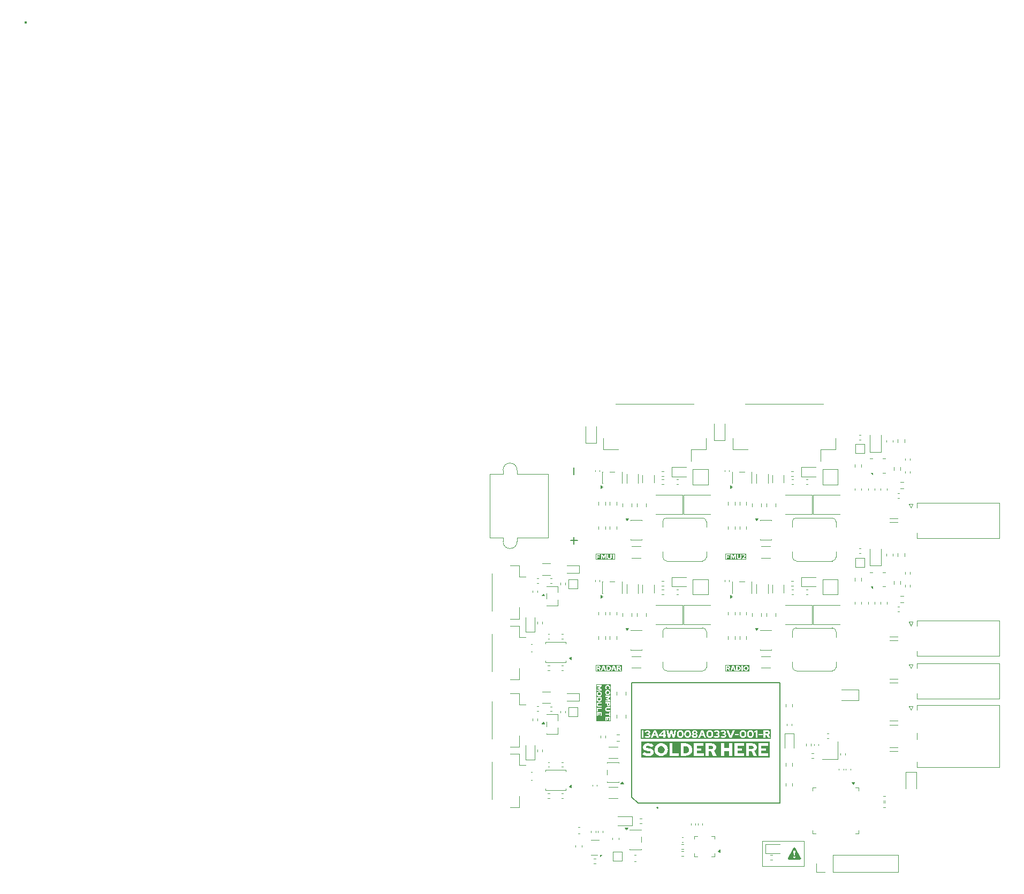
<source format=gbr>
%TF.GenerationSoftware,KiCad,Pcbnew,9.0.6*%
%TF.CreationDate,2026-01-08T13:40:24-08:00*%
%TF.ProjectId,vrb,7672622e-6b69-4636-9164-5f7063625858,rev?*%
%TF.SameCoordinates,Original*%
%TF.FileFunction,Legend,Top*%
%TF.FilePolarity,Positive*%
%FSLAX46Y46*%
G04 Gerber Fmt 4.6, Leading zero omitted, Abs format (unit mm)*
G04 Created by KiCad (PCBNEW 9.0.6) date 2026-01-08 13:40:24*
%MOMM*%
%LPD*%
G01*
G04 APERTURE LIST*
%ADD10C,0.160000*%
%ADD11C,0.000000*%
%ADD12C,0.100000*%
%ADD13C,0.140000*%
%ADD14C,0.150000*%
%ADD15C,0.200000*%
%ADD16C,0.127000*%
%ADD17C,0.120000*%
G04 APERTURE END LIST*
D10*
G36*
X103557351Y-112214620D02*
G01*
X103590856Y-112221503D01*
X103621516Y-112232557D01*
X103649911Y-112247749D01*
X103699691Y-112290244D01*
X103740140Y-112349721D01*
X103769911Y-112427726D01*
X103786486Y-112525669D01*
X103788840Y-112584449D01*
X103786522Y-112642796D01*
X103779676Y-112696852D01*
X103768978Y-112744571D01*
X103754389Y-112787947D01*
X103736994Y-112825077D01*
X103716320Y-112857935D01*
X103693666Y-112885138D01*
X103668250Y-112908173D01*
X103641185Y-112926332D01*
X103611741Y-112940349D01*
X103546942Y-112955382D01*
X103521687Y-112956529D01*
X103486029Y-112954205D01*
X103452528Y-112947321D01*
X103421874Y-112936268D01*
X103393483Y-112921075D01*
X103343712Y-112878578D01*
X103303273Y-112819096D01*
X103273514Y-112741085D01*
X103256952Y-112643131D01*
X103254607Y-112584449D01*
X103256925Y-112526100D01*
X103263771Y-112472040D01*
X103274469Y-112424311D01*
X103289059Y-112380923D01*
X103306454Y-112343780D01*
X103327130Y-112310910D01*
X103349783Y-112283698D01*
X103375198Y-112260655D01*
X103402259Y-112242492D01*
X103431697Y-112228472D01*
X103463018Y-112218813D01*
X103496470Y-112213442D01*
X103521687Y-112212296D01*
X103557351Y-112214620D01*
G37*
G36*
X104722682Y-112214620D02*
G01*
X104756188Y-112221503D01*
X104786848Y-112232557D01*
X104815243Y-112247749D01*
X104865023Y-112290244D01*
X104905472Y-112349721D01*
X104935243Y-112427726D01*
X104951818Y-112525669D01*
X104954171Y-112584449D01*
X104951853Y-112642796D01*
X104945007Y-112696852D01*
X104934309Y-112744571D01*
X104919720Y-112787947D01*
X104902326Y-112825077D01*
X104881651Y-112857935D01*
X104858997Y-112885138D01*
X104833582Y-112908173D01*
X104806517Y-112926332D01*
X104777073Y-112940349D01*
X104712273Y-112955382D01*
X104687018Y-112956529D01*
X104651360Y-112954205D01*
X104617860Y-112947321D01*
X104587205Y-112936268D01*
X104558815Y-112921075D01*
X104509044Y-112878578D01*
X104468605Y-112819096D01*
X104438845Y-112741085D01*
X104422284Y-112643131D01*
X104419939Y-112584449D01*
X104422256Y-112526100D01*
X104429102Y-112472040D01*
X104439801Y-112424311D01*
X104454390Y-112380923D01*
X104471786Y-112343780D01*
X104492461Y-112310910D01*
X104515115Y-112283698D01*
X104540530Y-112260655D01*
X104567590Y-112242492D01*
X104597028Y-112228472D01*
X104628349Y-112218813D01*
X104661802Y-112213442D01*
X104687018Y-112212296D01*
X104722682Y-112214620D01*
G37*
G36*
X105844162Y-112672324D02*
G01*
X105878364Y-112678992D01*
X105908932Y-112689590D01*
X105935870Y-112703862D01*
X105958189Y-112720921D01*
X105976429Y-112740870D01*
X105989798Y-112762478D01*
X105998817Y-112786247D01*
X106003585Y-112822513D01*
X106001283Y-112847969D01*
X105994553Y-112871743D01*
X105968426Y-112913828D01*
X105925721Y-112947201D01*
X105866951Y-112968803D01*
X105806994Y-112974994D01*
X105769828Y-112972701D01*
X105735633Y-112966034D01*
X105705078Y-112955436D01*
X105678152Y-112941167D01*
X105655846Y-112924109D01*
X105637617Y-112904163D01*
X105624254Y-112882552D01*
X105615241Y-112858782D01*
X105610476Y-112822513D01*
X105612777Y-112797045D01*
X105619509Y-112773261D01*
X105645634Y-112731170D01*
X105688331Y-112697803D01*
X105747088Y-112676213D01*
X105806994Y-112670032D01*
X105844162Y-112672324D01*
G37*
G36*
X105839041Y-112194437D02*
G01*
X105868742Y-112201092D01*
X105895739Y-112211812D01*
X105919560Y-112226261D01*
X105939457Y-112243758D01*
X105955506Y-112264224D01*
X105967011Y-112286576D01*
X105974191Y-112311142D01*
X105976694Y-112337886D01*
X105974402Y-112363504D01*
X105967738Y-112387329D01*
X105941949Y-112429287D01*
X105900535Y-112461433D01*
X105845351Y-112480243D01*
X105806994Y-112483552D01*
X105774951Y-112481262D01*
X105745251Y-112474606D01*
X105718258Y-112463885D01*
X105694442Y-112449435D01*
X105674555Y-112431939D01*
X105658516Y-112411473D01*
X105647024Y-112389124D01*
X105639856Y-112364559D01*
X105637367Y-112337886D01*
X105639659Y-112312266D01*
X105646322Y-112288435D01*
X105672113Y-112246449D01*
X105713527Y-112214276D01*
X105768687Y-112195455D01*
X105806994Y-112192146D01*
X105839041Y-112194437D01*
G37*
G36*
X108228056Y-112214620D02*
G01*
X108261561Y-112221503D01*
X108292221Y-112232557D01*
X108320616Y-112247749D01*
X108370396Y-112290244D01*
X108410845Y-112349721D01*
X108440616Y-112427726D01*
X108457191Y-112525669D01*
X108459544Y-112584449D01*
X108457227Y-112642796D01*
X108450380Y-112696852D01*
X108439683Y-112744571D01*
X108425094Y-112787947D01*
X108407699Y-112825077D01*
X108387024Y-112857935D01*
X108364371Y-112885138D01*
X108338955Y-112908173D01*
X108311890Y-112926332D01*
X108282446Y-112940349D01*
X108217647Y-112955382D01*
X108192392Y-112956529D01*
X108156733Y-112954205D01*
X108123233Y-112947321D01*
X108092578Y-112936268D01*
X108064188Y-112921075D01*
X108014417Y-112878578D01*
X107973978Y-112819096D01*
X107944219Y-112741085D01*
X107927657Y-112643131D01*
X107925312Y-112584449D01*
X107927630Y-112526100D01*
X107934476Y-112472040D01*
X107945174Y-112424311D01*
X107959763Y-112380923D01*
X107977159Y-112343780D01*
X107997834Y-112310910D01*
X108020488Y-112283698D01*
X108045903Y-112260655D01*
X108072964Y-112242492D01*
X108102402Y-112228472D01*
X108133722Y-112218813D01*
X108167175Y-112213442D01*
X108192392Y-112212296D01*
X108228056Y-112214620D01*
G37*
G36*
X113481426Y-112214620D02*
G01*
X113514932Y-112221503D01*
X113545592Y-112232557D01*
X113573987Y-112247749D01*
X113623767Y-112290244D01*
X113664216Y-112349721D01*
X113693987Y-112427726D01*
X113710562Y-112525669D01*
X113712915Y-112584449D01*
X113710597Y-112642796D01*
X113703751Y-112696852D01*
X113693053Y-112744571D01*
X113678464Y-112787947D01*
X113661070Y-112825077D01*
X113640395Y-112857935D01*
X113617741Y-112885138D01*
X113592326Y-112908173D01*
X113565261Y-112926332D01*
X113535817Y-112940349D01*
X113471017Y-112955382D01*
X113445762Y-112956529D01*
X113410104Y-112954205D01*
X113376604Y-112947321D01*
X113345949Y-112936268D01*
X113317558Y-112921075D01*
X113267787Y-112878578D01*
X113227349Y-112819096D01*
X113197589Y-112741085D01*
X113181028Y-112643131D01*
X113178683Y-112584449D01*
X113181000Y-112526100D01*
X113187846Y-112472040D01*
X113198544Y-112424311D01*
X113213134Y-112380923D01*
X113230529Y-112343780D01*
X113251205Y-112310910D01*
X113273859Y-112283698D01*
X113299273Y-112260655D01*
X113326334Y-112242492D01*
X113355772Y-112228472D01*
X113387093Y-112218813D01*
X113420546Y-112213442D01*
X113445762Y-112212296D01*
X113481426Y-112214620D01*
G37*
G36*
X114646758Y-112214620D02*
G01*
X114680263Y-112221503D01*
X114710923Y-112232557D01*
X114739318Y-112247749D01*
X114789098Y-112290244D01*
X114829547Y-112349721D01*
X114859318Y-112427726D01*
X114875893Y-112525669D01*
X114878246Y-112584449D01*
X114875929Y-112642796D01*
X114869083Y-112696852D01*
X114858385Y-112744571D01*
X114843796Y-112787947D01*
X114826401Y-112825077D01*
X114805727Y-112857935D01*
X114783073Y-112885138D01*
X114757657Y-112908173D01*
X114730592Y-112926332D01*
X114701148Y-112940349D01*
X114636349Y-112955382D01*
X114611094Y-112956529D01*
X114575436Y-112954205D01*
X114541935Y-112947321D01*
X114511280Y-112936268D01*
X114482890Y-112921075D01*
X114433119Y-112878578D01*
X114392680Y-112819096D01*
X114362921Y-112741085D01*
X114346359Y-112643131D01*
X114344014Y-112584449D01*
X114346332Y-112526100D01*
X114353178Y-112472040D01*
X114363876Y-112424311D01*
X114378465Y-112380923D01*
X114395861Y-112343780D01*
X114416536Y-112310910D01*
X114439190Y-112283698D01*
X114464605Y-112260655D01*
X114491666Y-112242492D01*
X114521104Y-112228472D01*
X114552424Y-112218813D01*
X114585877Y-112213442D01*
X114611094Y-112212296D01*
X114646758Y-112214620D01*
G37*
G36*
X99652294Y-112657063D02*
G01*
X99366750Y-112657063D01*
X99511170Y-112281173D01*
X99652294Y-112657063D01*
G37*
G36*
X100853456Y-112685199D02*
G01*
X100505703Y-112685199D01*
X100853456Y-112295168D01*
X100853456Y-112685199D01*
G37*
G36*
X107115574Y-112657063D02*
G01*
X106830029Y-112657063D01*
X106974450Y-112281173D01*
X107115574Y-112657063D01*
G37*
G36*
X117299822Y-112245146D02*
G01*
X117327954Y-112251829D01*
X117352448Y-112262352D01*
X117373567Y-112276521D01*
X117390587Y-112293556D01*
X117403810Y-112313520D01*
X117412815Y-112335721D01*
X117417595Y-112360246D01*
X117418323Y-112374962D01*
X117416025Y-112400743D01*
X117409319Y-112424329D01*
X117383969Y-112463746D01*
X117343874Y-112491783D01*
X117290115Y-112505940D01*
X117268847Y-112507000D01*
X116983229Y-112507000D01*
X116983229Y-112242851D01*
X117268847Y-112242851D01*
X117299822Y-112245146D01*
G37*
G36*
X117880944Y-113324994D02*
G01*
X97305974Y-113324994D01*
X97305974Y-113172904D01*
X97439307Y-113172904D01*
X97728295Y-113172904D01*
X97728295Y-113001885D01*
X97873595Y-113001885D01*
X97941616Y-113065768D01*
X98025787Y-113119260D01*
X98124453Y-113159735D01*
X98234661Y-113184526D01*
X98337266Y-113191661D01*
X98396075Y-113189351D01*
X98452121Y-113182559D01*
X98498391Y-113172904D01*
X98869447Y-113172904D01*
X99170158Y-113172904D01*
X99279335Y-112887286D01*
X99738023Y-112887286D01*
X99845514Y-113172904D01*
X100158023Y-113172904D01*
X99963740Y-112691940D01*
X100191582Y-112691940D01*
X100191582Y-112912052D01*
X100853456Y-112912052D01*
X100853456Y-113172904D01*
X101125591Y-113172904D01*
X101125591Y-112912052D01*
X101271770Y-112912052D01*
X101271770Y-112685199D01*
X101125591Y-112685199D01*
X101125591Y-111995848D01*
X101350172Y-111995848D01*
X101612269Y-113172904D01*
X101917964Y-113172904D01*
X102126279Y-112423029D01*
X102332981Y-113172904D01*
X102638676Y-113172904D01*
X102769708Y-112584449D01*
X102989140Y-112584449D01*
X102991461Y-112649400D01*
X102998328Y-112711480D01*
X103009438Y-112769842D01*
X103024708Y-112825095D01*
X103043692Y-112876356D01*
X103066450Y-112924306D01*
X103092412Y-112968134D01*
X103121777Y-113008474D01*
X103153927Y-113044683D01*
X103189140Y-113077236D01*
X103226860Y-113105704D01*
X103267342Y-113130338D01*
X103310210Y-113150900D01*
X103355578Y-113167419D01*
X103403333Y-113179768D01*
X103453358Y-113187822D01*
X103521687Y-113191661D01*
X103575084Y-113189338D01*
X103626310Y-113182456D01*
X103674856Y-113171256D01*
X103721035Y-113155826D01*
X103764576Y-113136372D01*
X103805538Y-113112972D01*
X103879403Y-113054701D01*
X103941962Y-112981478D01*
X103992184Y-112893580D01*
X104028667Y-112791293D01*
X104049723Y-112675109D01*
X104054307Y-112584449D01*
X104154471Y-112584449D01*
X104156792Y-112649400D01*
X104163659Y-112711480D01*
X104174769Y-112769842D01*
X104190039Y-112825095D01*
X104209023Y-112876356D01*
X104231781Y-112924306D01*
X104257743Y-112968134D01*
X104287109Y-113008474D01*
X104319259Y-113044683D01*
X104354472Y-113077236D01*
X104392192Y-113105704D01*
X104432674Y-113130338D01*
X104475542Y-113150900D01*
X104520909Y-113167419D01*
X104568664Y-113179768D01*
X104618689Y-113187822D01*
X104687018Y-113191661D01*
X104740415Y-113189338D01*
X104791641Y-113182456D01*
X104840188Y-113171256D01*
X104886366Y-113155826D01*
X104929908Y-113136372D01*
X104970869Y-113112972D01*
X105044735Y-113054701D01*
X105107293Y-112981478D01*
X105157515Y-112893580D01*
X105176277Y-112840977D01*
X105348379Y-112840977D01*
X105350696Y-112880524D01*
X105357539Y-112918304D01*
X105384154Y-112988082D01*
X105427564Y-113050005D01*
X105487738Y-113103182D01*
X105564783Y-113145944D01*
X105658368Y-113175966D01*
X105767322Y-113190627D01*
X105806994Y-113191661D01*
X105865973Y-113189348D01*
X105921891Y-113182534D01*
X105967535Y-113172904D01*
X106332727Y-113172904D01*
X106633438Y-113172904D01*
X106742615Y-112887286D01*
X107201303Y-112887286D01*
X107308794Y-113172904D01*
X107621303Y-113172904D01*
X107383598Y-112584449D01*
X107659844Y-112584449D01*
X107662165Y-112649400D01*
X107669033Y-112711480D01*
X107680143Y-112769842D01*
X107695413Y-112825095D01*
X107714397Y-112876356D01*
X107737154Y-112924306D01*
X107763116Y-112968134D01*
X107792482Y-113008474D01*
X107824632Y-113044683D01*
X107859845Y-113077236D01*
X107897565Y-113105704D01*
X107938047Y-113130338D01*
X107980915Y-113150900D01*
X108026283Y-113167419D01*
X108074037Y-113179768D01*
X108124063Y-113187822D01*
X108192392Y-113191661D01*
X108245789Y-113189338D01*
X108297014Y-113182456D01*
X108345561Y-113171256D01*
X108391740Y-113155826D01*
X108435281Y-113136372D01*
X108476243Y-113112972D01*
X108550108Y-113054701D01*
X108595232Y-113001885D01*
X108823491Y-113001885D01*
X108891511Y-113065768D01*
X108975682Y-113119260D01*
X109074348Y-113159735D01*
X109184556Y-113184526D01*
X109287161Y-113191661D01*
X109345970Y-113189351D01*
X109402016Y-113182559D01*
X109454904Y-113171523D01*
X109504485Y-113156439D01*
X109549869Y-113137800D01*
X109591501Y-113115622D01*
X109628218Y-113090786D01*
X109660870Y-113062959D01*
X109688354Y-113033366D01*
X109711164Y-113001885D01*
X109863379Y-113001885D01*
X109931400Y-113065768D01*
X110015570Y-113119260D01*
X110114236Y-113159735D01*
X110224444Y-113184526D01*
X110327050Y-113191661D01*
X110385859Y-113189351D01*
X110441904Y-113182559D01*
X110494792Y-113171523D01*
X110544373Y-113156439D01*
X110589757Y-113137800D01*
X110631389Y-113115622D01*
X110668107Y-113090786D01*
X110700758Y-113062959D01*
X110728243Y-113033366D01*
X110751468Y-113001312D01*
X110769664Y-112968133D01*
X110783467Y-112932958D01*
X110792498Y-112896907D01*
X110796979Y-112859242D01*
X110797461Y-112841857D01*
X110795147Y-112808117D01*
X110788327Y-112776118D01*
X110761843Y-112717772D01*
X110718440Y-112667068D01*
X110657747Y-112625204D01*
X110579494Y-112594482D01*
X110543791Y-112586061D01*
X110583548Y-112572077D01*
X110620293Y-112554245D01*
X110653456Y-112533003D01*
X110683018Y-112508473D01*
X110708157Y-112481528D01*
X110729249Y-112451906D01*
X110745569Y-112420823D01*
X110757526Y-112387652D01*
X110764709Y-112353629D01*
X110767270Y-112318034D01*
X110767273Y-112316783D01*
X110764957Y-112277825D01*
X110758125Y-112240601D01*
X110731519Y-112171752D01*
X110688135Y-112110747D01*
X110628124Y-112058701D01*
X110551622Y-112017469D01*
X110480275Y-111995848D01*
X110859230Y-111995848D01*
X111334698Y-113172904D01*
X111665598Y-113172904D01*
X111816649Y-112804194D01*
X112149419Y-112804194D01*
X112799569Y-112804194D01*
X112799569Y-112584449D01*
X112913215Y-112584449D01*
X112915536Y-112649400D01*
X112922403Y-112711480D01*
X112933513Y-112769842D01*
X112948783Y-112825095D01*
X112967767Y-112876356D01*
X112990525Y-112924306D01*
X113016487Y-112968134D01*
X113045853Y-113008474D01*
X113078003Y-113044683D01*
X113113215Y-113077236D01*
X113150936Y-113105704D01*
X113191417Y-113130338D01*
X113234286Y-113150900D01*
X113279653Y-113167419D01*
X113327408Y-113179768D01*
X113377433Y-113187822D01*
X113445762Y-113191661D01*
X113499159Y-113189338D01*
X113550385Y-113182456D01*
X113598932Y-113171256D01*
X113645110Y-113155826D01*
X113688652Y-113136372D01*
X113729613Y-113112972D01*
X113803479Y-113054701D01*
X113866037Y-112981478D01*
X113916259Y-112893580D01*
X113952742Y-112791293D01*
X113973798Y-112675109D01*
X113978382Y-112584449D01*
X114078546Y-112584449D01*
X114080867Y-112649400D01*
X114087735Y-112711480D01*
X114098845Y-112769842D01*
X114114115Y-112825095D01*
X114133099Y-112876356D01*
X114155856Y-112924306D01*
X114181818Y-112968134D01*
X114211184Y-113008474D01*
X114243334Y-113044683D01*
X114278547Y-113077236D01*
X114316267Y-113105704D01*
X114356749Y-113130338D01*
X114399617Y-113150900D01*
X114444985Y-113167419D01*
X114492739Y-113179768D01*
X114542765Y-113187822D01*
X114611094Y-113191661D01*
X114664491Y-113189338D01*
X114715716Y-113182456D01*
X114764263Y-113171256D01*
X114810442Y-113155826D01*
X114853983Y-113136372D01*
X114894945Y-113112972D01*
X114968810Y-113054701D01*
X115031369Y-112981478D01*
X115081591Y-112893580D01*
X115118074Y-112791293D01*
X115139130Y-112675109D01*
X115143714Y-112584449D01*
X115141393Y-112519485D01*
X115134526Y-112457392D01*
X115123416Y-112399018D01*
X115108145Y-112343753D01*
X115089161Y-112292482D01*
X115066403Y-112244522D01*
X115040442Y-112200685D01*
X115011076Y-112160337D01*
X114987473Y-112133748D01*
X115223728Y-112133748D01*
X115223728Y-112369174D01*
X115467360Y-112271647D01*
X115467360Y-113172904D01*
X115739496Y-113172904D01*
X115739496Y-112804194D01*
X115883403Y-112804194D01*
X116533553Y-112804194D01*
X116533553Y-112577342D01*
X115883403Y-112577342D01*
X115883403Y-112804194D01*
X115739496Y-112804194D01*
X115739496Y-112507000D01*
X116694241Y-112507000D01*
X116694241Y-113172904D01*
X116983229Y-113172904D01*
X116983229Y-112742206D01*
X117203267Y-112742206D01*
X117425064Y-113172904D01*
X117747611Y-113172904D01*
X117490570Y-112700220D01*
X117529652Y-112679859D01*
X117565651Y-112655867D01*
X117598185Y-112628589D01*
X117627129Y-112598178D01*
X117651922Y-112565317D01*
X117672706Y-112529861D01*
X117688952Y-112492780D01*
X117700856Y-112453635D01*
X117708077Y-112413494D01*
X117710677Y-112371779D01*
X117710682Y-112369906D01*
X117708369Y-112326866D01*
X117701556Y-112285663D01*
X117690370Y-112246290D01*
X117675025Y-112209123D01*
X117632183Y-112141551D01*
X117574023Y-112084525D01*
X117501675Y-112039946D01*
X117460546Y-112022945D01*
X117416606Y-112009895D01*
X117369835Y-112000958D01*
X117320667Y-111996412D01*
X117295664Y-111995848D01*
X116694241Y-111995848D01*
X116694241Y-112507000D01*
X115739496Y-112507000D01*
X115739496Y-111995848D01*
X115568110Y-111995848D01*
X115223728Y-112133748D01*
X114987473Y-112133748D01*
X114978927Y-112124121D01*
X114943714Y-112091562D01*
X114905995Y-112063087D01*
X114865515Y-112038447D01*
X114822648Y-112017879D01*
X114777281Y-112001355D01*
X114729528Y-111988999D01*
X114679503Y-111980939D01*
X114611094Y-111977091D01*
X114557716Y-111979413D01*
X114506508Y-111986295D01*
X114457976Y-111997496D01*
X114411809Y-112012927D01*
X114368276Y-112032382D01*
X114327322Y-112055785D01*
X114253465Y-112114064D01*
X114190907Y-112187300D01*
X114140682Y-112275218D01*
X114104195Y-112377528D01*
X114083134Y-112493738D01*
X114078546Y-112584449D01*
X113978382Y-112584449D01*
X113976062Y-112519485D01*
X113969194Y-112457392D01*
X113958084Y-112399018D01*
X113942814Y-112343753D01*
X113923830Y-112292482D01*
X113901072Y-112244522D01*
X113875110Y-112200685D01*
X113845744Y-112160337D01*
X113813595Y-112124121D01*
X113778383Y-112091562D01*
X113740664Y-112063087D01*
X113700183Y-112038447D01*
X113657317Y-112017879D01*
X113611950Y-112001355D01*
X113564196Y-111988999D01*
X113514171Y-111980939D01*
X113445762Y-111977091D01*
X113392385Y-111979413D01*
X113341177Y-111986295D01*
X113292644Y-111997496D01*
X113246478Y-112012927D01*
X113202945Y-112032382D01*
X113161991Y-112055785D01*
X113088133Y-112114064D01*
X113025576Y-112187300D01*
X112975351Y-112275218D01*
X112938863Y-112377528D01*
X112917803Y-112493738D01*
X112913215Y-112584449D01*
X112799569Y-112584449D01*
X112799569Y-112577342D01*
X112149419Y-112577342D01*
X112149419Y-112804194D01*
X111816649Y-112804194D01*
X112147807Y-111995848D01*
X111847095Y-111995848D01*
X111506010Y-112871972D01*
X111171739Y-111995848D01*
X110859230Y-111995848D01*
X110480275Y-111995848D01*
X110459301Y-111989492D01*
X110352692Y-111977392D01*
X110332105Y-111977091D01*
X110226580Y-111986251D01*
X110122151Y-112013771D01*
X110071762Y-112034249D01*
X110023561Y-112058884D01*
X109978167Y-112087344D01*
X109935736Y-112119560D01*
X109871805Y-112182108D01*
X110048173Y-112342063D01*
X110093532Y-112296121D01*
X110136655Y-112260913D01*
X110169723Y-112240462D01*
X110203708Y-112225336D01*
X110274133Y-112209641D01*
X110322067Y-112207314D01*
X110357002Y-112209604D01*
X110389403Y-112216260D01*
X110418779Y-112226941D01*
X110444713Y-112241330D01*
X110466151Y-112258526D01*
X110483501Y-112278612D01*
X110495838Y-112300146D01*
X110503734Y-112323777D01*
X110506861Y-112352174D01*
X110504546Y-112379735D01*
X110497719Y-112404380D01*
X110487161Y-112425047D01*
X110472810Y-112442803D01*
X110433504Y-112469012D01*
X110378399Y-112482421D01*
X110353941Y-112483552D01*
X110229670Y-112483552D01*
X110229670Y-112696923D01*
X110380832Y-112696923D01*
X110415428Y-112699228D01*
X110446339Y-112705986D01*
X110471940Y-112716294D01*
X110493624Y-112730191D01*
X110510224Y-112746406D01*
X110522835Y-112765465D01*
X110531019Y-112786496D01*
X110534999Y-112809885D01*
X110535364Y-112819948D01*
X110533056Y-112844441D01*
X110526275Y-112867094D01*
X110500168Y-112906298D01*
X110456754Y-112937441D01*
X110394562Y-112958264D01*
X110323752Y-112964882D01*
X110265792Y-112962398D01*
X110215228Y-112954388D01*
X110179024Y-112943529D01*
X110145269Y-112928233D01*
X110083004Y-112884268D01*
X110038135Y-112840171D01*
X109863379Y-113001885D01*
X109711164Y-113001885D01*
X109711579Y-113001312D01*
X109729776Y-112968133D01*
X109743579Y-112932958D01*
X109752610Y-112896907D01*
X109757091Y-112859242D01*
X109757573Y-112841857D01*
X109755259Y-112808117D01*
X109748439Y-112776118D01*
X109721955Y-112717772D01*
X109678552Y-112667068D01*
X109617858Y-112625204D01*
X109539606Y-112594482D01*
X109503902Y-112586061D01*
X109543659Y-112572077D01*
X109580405Y-112554245D01*
X109613567Y-112533003D01*
X109643130Y-112508473D01*
X109668269Y-112481528D01*
X109689361Y-112451906D01*
X109705680Y-112420823D01*
X109717638Y-112387652D01*
X109724820Y-112353629D01*
X109727382Y-112318034D01*
X109727385Y-112316783D01*
X109725069Y-112277825D01*
X109718236Y-112240601D01*
X109691631Y-112171752D01*
X109648246Y-112110747D01*
X109588235Y-112058701D01*
X109511733Y-112017469D01*
X109419412Y-111989492D01*
X109312804Y-111977392D01*
X109292217Y-111977091D01*
X109186692Y-111986251D01*
X109082263Y-112013771D01*
X109031873Y-112034249D01*
X108983673Y-112058884D01*
X108938278Y-112087344D01*
X108895847Y-112119560D01*
X108831917Y-112182108D01*
X109008285Y-112342063D01*
X109053644Y-112296121D01*
X109096767Y-112260913D01*
X109129834Y-112240462D01*
X109163820Y-112225336D01*
X109234245Y-112209641D01*
X109282179Y-112207314D01*
X109317114Y-112209604D01*
X109349515Y-112216260D01*
X109378891Y-112226941D01*
X109404824Y-112241330D01*
X109426262Y-112258526D01*
X109443613Y-112278612D01*
X109455950Y-112300146D01*
X109463846Y-112323777D01*
X109466973Y-112352174D01*
X109464658Y-112379735D01*
X109457831Y-112404380D01*
X109447273Y-112425047D01*
X109432922Y-112442803D01*
X109393615Y-112469012D01*
X109338511Y-112482421D01*
X109314052Y-112483552D01*
X109189782Y-112483552D01*
X109189782Y-112696923D01*
X109340944Y-112696923D01*
X109375540Y-112699228D01*
X109406451Y-112705986D01*
X109432051Y-112716294D01*
X109453735Y-112730191D01*
X109470336Y-112746406D01*
X109482946Y-112765465D01*
X109491131Y-112786496D01*
X109495111Y-112809885D01*
X109495476Y-112819948D01*
X109493167Y-112844441D01*
X109486387Y-112867094D01*
X109460280Y-112906298D01*
X109416865Y-112937441D01*
X109354673Y-112958264D01*
X109283864Y-112964882D01*
X109225904Y-112962398D01*
X109175340Y-112954388D01*
X109139136Y-112943529D01*
X109105381Y-112928233D01*
X109043116Y-112884268D01*
X108998246Y-112840171D01*
X108823491Y-113001885D01*
X108595232Y-113001885D01*
X108612667Y-112981478D01*
X108662889Y-112893580D01*
X108699372Y-112791293D01*
X108720428Y-112675109D01*
X108725012Y-112584449D01*
X108722691Y-112519485D01*
X108715824Y-112457392D01*
X108704714Y-112399018D01*
X108689443Y-112343753D01*
X108670459Y-112292482D01*
X108647701Y-112244522D01*
X108621740Y-112200685D01*
X108592374Y-112160337D01*
X108560225Y-112124121D01*
X108525012Y-112091562D01*
X108487293Y-112063087D01*
X108446813Y-112038447D01*
X108403946Y-112017879D01*
X108358579Y-112001355D01*
X108310826Y-111988999D01*
X108260801Y-111980939D01*
X108192392Y-111977091D01*
X108139014Y-111979413D01*
X108087806Y-111986295D01*
X108039274Y-111997496D01*
X107993107Y-112012927D01*
X107949574Y-112032382D01*
X107908620Y-112055785D01*
X107834763Y-112114064D01*
X107772205Y-112187300D01*
X107721980Y-112275218D01*
X107685493Y-112377528D01*
X107664432Y-112493738D01*
X107659844Y-112584449D01*
X107383598Y-112584449D01*
X107145835Y-111995848D01*
X106814862Y-111995848D01*
X106544021Y-112657063D01*
X106332727Y-113172904D01*
X105967535Y-113172904D01*
X105973939Y-113171553D01*
X106022516Y-113156537D01*
X106066510Y-113138091D01*
X106106723Y-113116117D01*
X106141990Y-113091533D01*
X106173266Y-113063933D01*
X106199599Y-113034429D01*
X106221798Y-113002381D01*
X106239273Y-112968845D01*
X106252473Y-112933163D01*
X106261125Y-112896067D01*
X106265302Y-112857147D01*
X106265682Y-112840977D01*
X106256625Y-112774260D01*
X106229792Y-112711668D01*
X106185483Y-112655099D01*
X106124484Y-112607532D01*
X106088207Y-112588208D01*
X106048909Y-112572613D01*
X106043885Y-112570967D01*
X106081097Y-112553467D01*
X106115044Y-112532374D01*
X106145084Y-112508241D01*
X106171242Y-112481150D01*
X106192645Y-112452215D01*
X106209738Y-112421001D01*
X106221845Y-112388988D01*
X106229375Y-112355325D01*
X106232050Y-112319201D01*
X106222948Y-112245160D01*
X106196170Y-112176422D01*
X106152128Y-112114155D01*
X106091187Y-112060325D01*
X106014325Y-112017629D01*
X105970393Y-112001357D01*
X105923588Y-111989058D01*
X105873967Y-111980933D01*
X105822042Y-111977280D01*
X105806994Y-111977091D01*
X105754927Y-111979398D01*
X105705037Y-111986168D01*
X105657233Y-111997284D01*
X105612238Y-112012475D01*
X105570464Y-112031452D01*
X105532077Y-112054021D01*
X105497881Y-112079525D01*
X105467537Y-112108070D01*
X105441956Y-112138586D01*
X105420560Y-112171574D01*
X105404057Y-112205729D01*
X105391972Y-112241834D01*
X105384682Y-112278660D01*
X105382019Y-112316987D01*
X105382011Y-112319201D01*
X105384580Y-112337886D01*
X105391066Y-112385062D01*
X105417845Y-112446517D01*
X105462006Y-112501713D01*
X105522763Y-112547719D01*
X105570176Y-112570967D01*
X105530420Y-112586133D01*
X105493661Y-112605084D01*
X105460313Y-112627479D01*
X105430637Y-112653068D01*
X105405452Y-112680961D01*
X105384444Y-112711374D01*
X105368410Y-112742915D01*
X105356875Y-112776314D01*
X105350805Y-112822513D01*
X105348379Y-112840977D01*
X105176277Y-112840977D01*
X105193998Y-112791293D01*
X105215054Y-112675109D01*
X105219639Y-112584449D01*
X105217318Y-112519485D01*
X105210450Y-112457392D01*
X105199340Y-112399018D01*
X105184070Y-112343753D01*
X105165086Y-112292482D01*
X105142328Y-112244522D01*
X105116366Y-112200685D01*
X105087001Y-112160337D01*
X105054852Y-112124121D01*
X105019639Y-112091562D01*
X104981920Y-112063087D01*
X104941439Y-112038447D01*
X104898573Y-112017879D01*
X104853206Y-112001355D01*
X104805452Y-111988999D01*
X104755428Y-111980939D01*
X104687018Y-111977091D01*
X104633641Y-111979413D01*
X104582433Y-111986295D01*
X104533900Y-111997496D01*
X104487734Y-112012927D01*
X104444201Y-112032382D01*
X104403247Y-112055785D01*
X104329389Y-112114064D01*
X104266832Y-112187300D01*
X104216607Y-112275218D01*
X104180119Y-112377528D01*
X104159059Y-112493738D01*
X104154471Y-112584449D01*
X104054307Y-112584449D01*
X104051986Y-112519485D01*
X104045119Y-112457392D01*
X104034009Y-112399018D01*
X104018738Y-112343753D01*
X103999755Y-112292482D01*
X103976996Y-112244522D01*
X103951035Y-112200685D01*
X103921669Y-112160337D01*
X103889520Y-112124121D01*
X103854308Y-112091562D01*
X103816589Y-112063087D01*
X103776108Y-112038447D01*
X103733241Y-112017879D01*
X103687875Y-112001355D01*
X103640121Y-111988999D01*
X103590096Y-111980939D01*
X103521687Y-111977091D01*
X103468309Y-111979413D01*
X103417101Y-111986295D01*
X103368569Y-111997496D01*
X103322403Y-112012927D01*
X103278870Y-112032382D01*
X103237915Y-112055785D01*
X103164058Y-112114064D01*
X103101500Y-112187300D01*
X103051276Y-112275218D01*
X103014788Y-112377528D01*
X102993727Y-112493738D01*
X102989140Y-112584449D01*
X102769708Y-112584449D01*
X102900773Y-111995848D01*
X102613470Y-111995848D01*
X102470734Y-112722275D01*
X102265717Y-111995848D01*
X101995267Y-111995848D01*
X101790322Y-112722275D01*
X101647514Y-111995848D01*
X101350172Y-111995848D01*
X101125591Y-111995848D01*
X100808100Y-111995848D01*
X100197552Y-112685199D01*
X100191582Y-112691940D01*
X99963740Y-112691940D01*
X99682556Y-111995848D01*
X99351582Y-111995848D01*
X99080741Y-112657063D01*
X98869447Y-113172904D01*
X98498391Y-113172904D01*
X98505009Y-113171523D01*
X98554589Y-113156439D01*
X98599974Y-113137800D01*
X98641605Y-113115622D01*
X98678323Y-113090786D01*
X98710974Y-113062959D01*
X98738459Y-113033366D01*
X98761684Y-113001312D01*
X98779880Y-112968133D01*
X98793683Y-112932958D01*
X98802714Y-112896907D01*
X98807195Y-112859242D01*
X98807678Y-112841857D01*
X98805364Y-112808117D01*
X98798544Y-112776118D01*
X98772059Y-112717772D01*
X98728656Y-112667068D01*
X98667963Y-112625204D01*
X98589710Y-112594482D01*
X98554007Y-112586061D01*
X98593764Y-112572077D01*
X98630509Y-112554245D01*
X98663672Y-112533003D01*
X98693234Y-112508473D01*
X98718374Y-112481528D01*
X98739466Y-112451906D01*
X98755785Y-112420823D01*
X98767742Y-112387652D01*
X98774925Y-112353629D01*
X98777486Y-112318034D01*
X98777489Y-112316783D01*
X98775173Y-112277825D01*
X98768341Y-112240601D01*
X98741735Y-112171752D01*
X98698351Y-112110747D01*
X98638340Y-112058701D01*
X98561838Y-112017469D01*
X98469517Y-111989492D01*
X98362908Y-111977392D01*
X98342322Y-111977091D01*
X98236797Y-111986251D01*
X98132368Y-112013771D01*
X98081978Y-112034249D01*
X98033777Y-112058884D01*
X97988383Y-112087344D01*
X97945952Y-112119560D01*
X97882022Y-112182108D01*
X98058389Y-112342063D01*
X98103748Y-112296121D01*
X98146871Y-112260913D01*
X98179939Y-112240462D01*
X98213925Y-112225336D01*
X98284350Y-112209641D01*
X98332283Y-112207314D01*
X98367218Y-112209604D01*
X98399619Y-112216260D01*
X98428995Y-112226941D01*
X98454929Y-112241330D01*
X98476367Y-112258526D01*
X98493718Y-112278612D01*
X98506055Y-112300146D01*
X98513951Y-112323777D01*
X98517078Y-112352174D01*
X98514762Y-112379735D01*
X98507936Y-112404380D01*
X98497377Y-112425047D01*
X98483027Y-112442803D01*
X98443720Y-112469012D01*
X98388616Y-112482421D01*
X98364157Y-112483552D01*
X98239886Y-112483552D01*
X98239886Y-112696923D01*
X98391048Y-112696923D01*
X98425644Y-112699228D01*
X98456555Y-112705986D01*
X98482156Y-112716294D01*
X98503840Y-112730191D01*
X98520440Y-112746406D01*
X98533051Y-112765465D01*
X98541235Y-112786496D01*
X98545216Y-112809885D01*
X98545581Y-112819948D01*
X98543272Y-112844441D01*
X98536491Y-112867094D01*
X98510385Y-112906298D01*
X98466970Y-112937441D01*
X98404778Y-112958264D01*
X98333969Y-112964882D01*
X98276008Y-112962398D01*
X98225445Y-112954388D01*
X98189241Y-112943529D01*
X98155486Y-112928233D01*
X98093221Y-112884268D01*
X98048351Y-112840171D01*
X97873595Y-113001885D01*
X97728295Y-113001885D01*
X97728295Y-111995848D01*
X97439307Y-111995848D01*
X97439307Y-113172904D01*
X97305974Y-113172904D01*
X97305974Y-111843758D01*
X117880944Y-111843758D01*
X117880944Y-113324994D01*
G37*
G36*
X100569450Y-114490172D02*
G01*
X100634087Y-114501451D01*
X100755063Y-114545608D01*
X100861113Y-114616759D01*
X100947852Y-114712157D01*
X100982575Y-114767790D01*
X101010901Y-114828085D01*
X101032297Y-114892224D01*
X101046530Y-114960127D01*
X101053637Y-115056024D01*
X101049795Y-115126880D01*
X101038532Y-115194670D01*
X100994579Y-115321000D01*
X100924242Y-115430814D01*
X100880179Y-115478126D01*
X100830827Y-115519656D01*
X100776858Y-115554836D01*
X100718492Y-115583438D01*
X100656864Y-115604837D01*
X100591757Y-115618979D01*
X100502015Y-115625843D01*
X100434579Y-115621998D01*
X100369943Y-115610719D01*
X100248970Y-115566561D01*
X100142927Y-115495409D01*
X100056192Y-115400009D01*
X100021470Y-115344372D01*
X99993143Y-115284070D01*
X99971743Y-115219920D01*
X99957507Y-115152004D01*
X99950392Y-115056024D01*
X99954234Y-114985193D01*
X99965498Y-114917425D01*
X100009453Y-114791124D01*
X100079797Y-114681324D01*
X100123866Y-114634017D01*
X100173224Y-114592491D01*
X100227200Y-114557314D01*
X100285573Y-114528716D01*
X100347207Y-114507322D01*
X100412320Y-114493184D01*
X100502015Y-114486328D01*
X100569450Y-114490172D01*
G37*
G36*
X104498607Y-114515941D02*
G01*
X104618859Y-114560236D01*
X104725438Y-114631926D01*
X104813055Y-114728012D01*
X104848037Y-114783754D01*
X104876470Y-114843949D01*
X104897680Y-114907367D01*
X104911566Y-114974186D01*
X104917925Y-115061642D01*
X104902847Y-115192885D01*
X104858624Y-115314431D01*
X104787274Y-115421619D01*
X104742337Y-115468199D01*
X104692057Y-115509082D01*
X104637051Y-115543715D01*
X104577683Y-115571724D01*
X104515323Y-115592395D01*
X104449642Y-115605702D01*
X104369112Y-115611310D01*
X104066739Y-115611310D01*
X104066739Y-114500860D01*
X104369112Y-114500860D01*
X104498607Y-114515941D01*
G37*
G36*
X108517911Y-114490641D02*
G01*
X108564799Y-114501780D01*
X108605622Y-114519318D01*
X108640820Y-114542933D01*
X108669187Y-114571325D01*
X108691225Y-114604597D01*
X108706233Y-114641599D01*
X108714200Y-114682475D01*
X108715413Y-114707001D01*
X108711583Y-114749969D01*
X108700406Y-114789279D01*
X108658156Y-114854974D01*
X108591331Y-114901703D01*
X108501733Y-114925298D01*
X108466286Y-114927064D01*
X107990256Y-114927064D01*
X107990256Y-114486816D01*
X108466286Y-114486816D01*
X108517911Y-114490641D01*
G37*
G36*
X114934659Y-114490641D02*
G01*
X114981547Y-114501780D01*
X115022370Y-114519318D01*
X115057568Y-114542933D01*
X115085935Y-114571325D01*
X115107973Y-114604597D01*
X115122981Y-114641599D01*
X115130948Y-114682475D01*
X115132161Y-114707001D01*
X115128332Y-114749969D01*
X115117155Y-114789279D01*
X115074904Y-114854974D01*
X115008079Y-114901703D01*
X114918481Y-114925298D01*
X114883034Y-114927064D01*
X114407004Y-114927064D01*
X114407004Y-114486816D01*
X114883034Y-114486816D01*
X114934659Y-114490641D01*
G37*
G36*
X117644648Y-116290389D02*
G01*
X97338743Y-116290389D01*
X97338743Y-115740637D01*
X97560965Y-115740637D01*
X97723741Y-115859037D01*
X97907956Y-115954906D01*
X98006148Y-115992890D01*
X98106721Y-116023430D01*
X98208578Y-116046195D01*
X98311422Y-116061063D01*
X98445734Y-116068167D01*
X98558498Y-116064295D01*
X98664491Y-116052827D01*
X98760424Y-116034685D01*
X98849481Y-116009821D01*
X98928512Y-115979707D01*
X99000695Y-115943720D01*
X99063471Y-115903715D01*
X99119489Y-115858596D01*
X99167066Y-115810220D01*
X99207937Y-115757347D01*
X99241289Y-115701338D01*
X99267855Y-115641288D01*
X99299848Y-115510235D01*
X99305225Y-115424098D01*
X99301327Y-115352779D01*
X99289675Y-115285827D01*
X99271296Y-115225845D01*
X99245909Y-115170000D01*
X99175904Y-115072650D01*
X99155994Y-115056024D01*
X99454824Y-115056024D01*
X99470056Y-115232686D01*
X99515098Y-115401306D01*
X99588851Y-115558910D01*
X99689762Y-115701913D01*
X99815517Y-115826336D01*
X99886738Y-115880326D01*
X99962925Y-115928227D01*
X100043405Y-115969544D01*
X100128104Y-116004126D01*
X100215782Y-116031390D01*
X100306906Y-116051375D01*
X100399808Y-116063626D01*
X100495399Y-116068148D01*
X100502015Y-116068167D01*
X100687928Y-116052944D01*
X100751105Y-116036904D01*
X101803096Y-116036904D01*
X103317891Y-116036904D01*
X103317891Y-115611310D01*
X103585092Y-115611310D01*
X103585092Y-116036904D01*
X104380347Y-116036904D01*
X105669949Y-116036904D01*
X107226753Y-116036904D01*
X107226753Y-115619737D01*
X106151596Y-115619737D01*
X106151596Y-115247511D01*
X106854405Y-115247511D01*
X106854405Y-114927064D01*
X107508609Y-114927064D01*
X107508609Y-116036904D01*
X107990256Y-116036904D01*
X107990256Y-115319074D01*
X108356987Y-115319074D01*
X108726648Y-116036904D01*
X109264227Y-116036904D01*
X109994025Y-116036904D01*
X110475671Y-116036904D01*
X110475671Y-115270958D01*
X111282039Y-115270958D01*
X111282039Y-116036904D01*
X111763686Y-116036904D01*
X112086697Y-116036904D01*
X113643501Y-116036904D01*
X113643501Y-115619737D01*
X112568344Y-115619737D01*
X112568344Y-115247511D01*
X113271153Y-115247511D01*
X113271153Y-114927064D01*
X113925357Y-114927064D01*
X113925357Y-116036904D01*
X114407004Y-116036904D01*
X114407004Y-115319074D01*
X114773735Y-115319074D01*
X115143396Y-116036904D01*
X115680975Y-116036904D01*
X115865623Y-116036904D01*
X117422426Y-116036904D01*
X117422426Y-115619737D01*
X116347269Y-115619737D01*
X116347269Y-115247511D01*
X117050078Y-115247511D01*
X117050078Y-114844388D01*
X116347269Y-114844388D01*
X116347269Y-114492434D01*
X117411191Y-114492434D01*
X117411191Y-114075145D01*
X115865623Y-114075145D01*
X115865623Y-116036904D01*
X115680975Y-116036904D01*
X115252573Y-115249098D01*
X115317710Y-115215163D01*
X115377707Y-115175176D01*
X115431931Y-115129712D01*
X115480171Y-115079028D01*
X115521493Y-115024260D01*
X115556132Y-114965166D01*
X115583209Y-114903364D01*
X115603050Y-114838122D01*
X115615085Y-114771220D01*
X115619418Y-114701696D01*
X115619426Y-114698575D01*
X115615571Y-114626840D01*
X115604216Y-114558170D01*
X115585573Y-114492548D01*
X115559998Y-114430602D01*
X115488594Y-114317983D01*
X115391660Y-114222940D01*
X115271081Y-114148640D01*
X115202532Y-114120307D01*
X115129299Y-114098555D01*
X115051348Y-114083661D01*
X114969402Y-114076085D01*
X114927730Y-114075145D01*
X113925357Y-114075145D01*
X113925357Y-114927064D01*
X113271153Y-114927064D01*
X113271153Y-114844388D01*
X112568344Y-114844388D01*
X112568344Y-114492434D01*
X113632266Y-114492434D01*
X113632266Y-114075145D01*
X112086697Y-114075145D01*
X112086697Y-116036904D01*
X111763686Y-116036904D01*
X111763686Y-114075145D01*
X111282039Y-114075145D01*
X111282039Y-114831443D01*
X110475671Y-114831443D01*
X110475671Y-114075145D01*
X109994025Y-114075145D01*
X109994025Y-116036904D01*
X109264227Y-116036904D01*
X108835825Y-115249098D01*
X108900962Y-115215163D01*
X108960959Y-115175176D01*
X109015183Y-115129712D01*
X109063423Y-115079028D01*
X109104745Y-115024260D01*
X109139384Y-114965166D01*
X109166461Y-114903364D01*
X109186302Y-114838122D01*
X109198337Y-114771220D01*
X109202670Y-114701696D01*
X109202678Y-114698575D01*
X109198823Y-114626840D01*
X109187468Y-114558170D01*
X109168825Y-114492548D01*
X109143250Y-114430602D01*
X109071846Y-114317983D01*
X108974912Y-114222940D01*
X108854333Y-114148640D01*
X108785784Y-114120307D01*
X108712551Y-114098555D01*
X108634600Y-114083661D01*
X108552653Y-114076085D01*
X108510982Y-114075145D01*
X107508609Y-114075145D01*
X107508609Y-114927064D01*
X106854405Y-114927064D01*
X106854405Y-114844388D01*
X106151596Y-114844388D01*
X106151596Y-114492434D01*
X107215518Y-114492434D01*
X107215518Y-114075145D01*
X105669949Y-114075145D01*
X105669949Y-116036904D01*
X104380347Y-116036904D01*
X104566597Y-116021695D01*
X104744078Y-115976787D01*
X104909010Y-115903619D01*
X105057115Y-115804367D01*
X105123459Y-115745917D01*
X105184033Y-115682136D01*
X105238178Y-115613772D01*
X105285870Y-115540846D01*
X105326268Y-115464707D01*
X105359654Y-115384806D01*
X105385282Y-115302963D01*
X105403456Y-115218143D01*
X105416303Y-115061642D01*
X105401078Y-114888984D01*
X105356029Y-114724054D01*
X105282173Y-114569734D01*
X105180963Y-114429594D01*
X105054650Y-114307683D01*
X104983032Y-114254842D01*
X104906451Y-114208091D01*
X104825511Y-114167886D01*
X104740377Y-114134440D01*
X104652276Y-114108316D01*
X104560783Y-114089508D01*
X104380347Y-114075145D01*
X103585092Y-114075145D01*
X103585092Y-115611310D01*
X103317891Y-115611310D01*
X102284743Y-115611310D01*
X102284743Y-114075145D01*
X101803096Y-114075145D01*
X101803096Y-116036904D01*
X100751105Y-116036904D01*
X100864888Y-116008016D01*
X101029460Y-115934760D01*
X101177723Y-115835162D01*
X101244472Y-115776311D01*
X101305596Y-115712017D01*
X101360602Y-115642817D01*
X101409301Y-115568899D01*
X101450983Y-115491345D01*
X101485779Y-115409839D01*
X101513008Y-115325937D01*
X101532876Y-115238845D01*
X101544915Y-115150391D01*
X101549200Y-115059471D01*
X101549206Y-115056024D01*
X101533974Y-114879393D01*
X101488929Y-114710785D01*
X101415170Y-114553177D01*
X101314248Y-114410162D01*
X101188479Y-114285726D01*
X101117253Y-114231730D01*
X101041060Y-114183824D01*
X100960578Y-114142504D01*
X100875877Y-114107920D01*
X100788202Y-114080655D01*
X100697081Y-114060670D01*
X100604187Y-114048421D01*
X100508605Y-114043901D01*
X100502015Y-114043882D01*
X100316127Y-114059104D01*
X100139181Y-114104032D01*
X99974614Y-114177290D01*
X99826347Y-114276894D01*
X99759592Y-114335750D01*
X99698463Y-114400048D01*
X99643451Y-114469253D01*
X99594746Y-114543175D01*
X99553058Y-114620732D01*
X99518258Y-114702240D01*
X99491026Y-114786139D01*
X99471155Y-114873227D01*
X99459114Y-114961671D01*
X99454829Y-115052576D01*
X99454824Y-115056024D01*
X99155994Y-115056024D01*
X99078434Y-114991255D01*
X98949594Y-114925406D01*
X98783742Y-114876940D01*
X98728445Y-114866736D01*
X98322514Y-114799447D01*
X98238399Y-114781069D01*
X98174433Y-114757109D01*
X98139633Y-114735284D01*
X98114436Y-114709275D01*
X98091885Y-114651874D01*
X98090117Y-114625790D01*
X98093974Y-114593955D01*
X98105345Y-114565004D01*
X98149539Y-114516266D01*
X98227581Y-114478530D01*
X98347909Y-114457004D01*
X98406533Y-114454943D01*
X98488703Y-114458884D01*
X98569337Y-114470845D01*
X98723994Y-114517884D01*
X98882292Y-114599527D01*
X99008470Y-114687462D01*
X99263337Y-114331722D01*
X99113415Y-114230557D01*
X98932213Y-114145467D01*
X98729809Y-114084564D01*
X98625907Y-114065449D01*
X98521905Y-114054429D01*
X98440117Y-114051698D01*
X98330319Y-114055572D01*
X98227550Y-114067061D01*
X98135510Y-114085125D01*
X98050467Y-114109878D01*
X97975748Y-114139713D01*
X97907883Y-114175368D01*
X97849384Y-114214918D01*
X97797573Y-114259543D01*
X97753941Y-114307474D01*
X97716924Y-114359909D01*
X97687116Y-114415785D01*
X97664036Y-114475778D01*
X97638667Y-114608013D01*
X97636558Y-114662183D01*
X97640444Y-114734451D01*
X97652019Y-114802337D01*
X97670353Y-114863525D01*
X97695609Y-114920341D01*
X97726989Y-114971672D01*
X97764807Y-115018525D01*
X97859550Y-115098393D01*
X97981862Y-115159772D01*
X98132126Y-115200005D01*
X98563337Y-115275721D01*
X98658249Y-115296118D01*
X98731061Y-115321676D01*
X98771480Y-115344551D01*
X98801421Y-115371442D01*
X98819374Y-115398372D01*
X98830362Y-115429037D01*
X98834935Y-115471726D01*
X98831069Y-115506175D01*
X98819635Y-115537509D01*
X98775694Y-115589869D01*
X98698980Y-115630941D01*
X98580480Y-115657026D01*
X98482126Y-115662235D01*
X98396189Y-115658249D01*
X98313000Y-115645978D01*
X98236509Y-115626539D01*
X98160481Y-115599025D01*
X98004092Y-115517007D01*
X97829754Y-115390515D01*
X97560965Y-115740637D01*
X97338743Y-115740637D01*
X97338743Y-113821660D01*
X117644648Y-113821660D01*
X117644648Y-116290389D01*
G37*
D11*
G36*
X121588779Y-130543569D02*
G01*
X121599852Y-130544649D01*
X121610842Y-130546449D01*
X121621706Y-130548969D01*
X121632402Y-130552210D01*
X121642890Y-130556170D01*
X121653126Y-130560850D01*
X121663069Y-130566251D01*
X121672677Y-130572371D01*
X121681908Y-130579212D01*
X121690720Y-130586772D01*
X121699072Y-130595053D01*
X121706922Y-130604054D01*
X121714227Y-130613775D01*
X121720946Y-130624215D01*
X121727037Y-130635376D01*
X122618114Y-132214392D01*
X122622998Y-132224850D01*
X122627098Y-132235400D01*
X122630432Y-132246014D01*
X122633017Y-132256665D01*
X122634869Y-132267324D01*
X122636005Y-132277965D01*
X122636442Y-132288559D01*
X122636198Y-132299078D01*
X122635288Y-132309494D01*
X122633730Y-132319780D01*
X122631540Y-132329908D01*
X122628736Y-132339850D01*
X122625334Y-132349578D01*
X122621352Y-132359065D01*
X122616806Y-132368282D01*
X122611712Y-132377202D01*
X122606089Y-132385796D01*
X122599952Y-132394038D01*
X122593319Y-132401899D01*
X122586207Y-132409352D01*
X122578632Y-132416368D01*
X122570611Y-132422920D01*
X122562161Y-132428980D01*
X122553299Y-132434521D01*
X122544043Y-132439514D01*
X122534408Y-132443931D01*
X122524411Y-132447745D01*
X122514071Y-132450928D01*
X122503402Y-132453452D01*
X122492423Y-132455289D01*
X122481151Y-132456412D01*
X122469601Y-132456792D01*
X120687447Y-132456792D01*
X120675897Y-132456412D01*
X120664624Y-132455289D01*
X120653644Y-132453452D01*
X120642974Y-132450928D01*
X120632630Y-132447745D01*
X120622629Y-132443931D01*
X120612987Y-132439514D01*
X120603722Y-132434521D01*
X120594849Y-132428980D01*
X120586385Y-132422920D01*
X120578347Y-132416368D01*
X120570751Y-132409352D01*
X120563614Y-132401899D01*
X120556953Y-132394038D01*
X120550783Y-132385796D01*
X120545122Y-132377202D01*
X120539986Y-132368282D01*
X120535392Y-132359065D01*
X120531356Y-132349578D01*
X120527895Y-132339850D01*
X120525025Y-132329908D01*
X120522763Y-132319780D01*
X120521126Y-132309494D01*
X120520130Y-132299078D01*
X120519791Y-132288559D01*
X120520127Y-132277965D01*
X120521153Y-132267324D01*
X120522887Y-132256665D01*
X120525345Y-132246014D01*
X120528543Y-132235400D01*
X120532498Y-132224850D01*
X120537227Y-132214392D01*
X120607549Y-132089778D01*
X121428321Y-132089778D01*
X121428495Y-132097403D01*
X121429013Y-132104910D01*
X121429868Y-132112291D01*
X121431055Y-132119538D01*
X121432567Y-132126642D01*
X121434397Y-132133595D01*
X121436541Y-132140390D01*
X121438990Y-132147017D01*
X121441740Y-132153470D01*
X121444783Y-132159739D01*
X121448114Y-132165817D01*
X121451726Y-132171696D01*
X121455614Y-132177367D01*
X121459770Y-132182823D01*
X121464188Y-132188054D01*
X121468863Y-132193054D01*
X121473788Y-132197814D01*
X121478957Y-132202325D01*
X121484364Y-132206581D01*
X121490001Y-132210571D01*
X121495864Y-132214289D01*
X121501946Y-132217727D01*
X121508240Y-132220876D01*
X121514740Y-132223728D01*
X121521441Y-132226274D01*
X121528335Y-132228508D01*
X121535417Y-132230420D01*
X121542680Y-132232003D01*
X121550118Y-132233248D01*
X121557725Y-132234147D01*
X121565494Y-132234693D01*
X121573420Y-132234877D01*
X121581345Y-132234693D01*
X121589115Y-132234147D01*
X121596722Y-132233248D01*
X121604160Y-132232003D01*
X121611423Y-132230420D01*
X121618505Y-132228508D01*
X121625399Y-132226274D01*
X121632099Y-132223728D01*
X121638600Y-132220876D01*
X121644894Y-132217727D01*
X121650975Y-132214289D01*
X121656838Y-132210571D01*
X121662476Y-132206581D01*
X121667882Y-132202325D01*
X121673051Y-132197814D01*
X121677976Y-132193054D01*
X121682651Y-132188054D01*
X121687070Y-132182823D01*
X121691226Y-132177367D01*
X121695113Y-132171696D01*
X121698726Y-132165817D01*
X121702057Y-132159739D01*
X121705100Y-132153470D01*
X121707850Y-132147017D01*
X121710299Y-132140390D01*
X121712442Y-132133595D01*
X121714273Y-132126642D01*
X121715785Y-132119538D01*
X121716971Y-132112291D01*
X121717827Y-132104910D01*
X121718345Y-132097403D01*
X121718519Y-132089778D01*
X121718519Y-132086364D01*
X121718345Y-132078739D01*
X121717827Y-132071231D01*
X121716971Y-132063850D01*
X121715785Y-132056604D01*
X121714273Y-132049500D01*
X121712442Y-132042547D01*
X121710299Y-132035752D01*
X121707850Y-132029125D01*
X121705100Y-132022672D01*
X121702057Y-132016403D01*
X121698726Y-132010324D01*
X121695113Y-132004446D01*
X121691226Y-131998775D01*
X121687070Y-131993319D01*
X121682651Y-131988087D01*
X121677976Y-131983088D01*
X121673051Y-131978328D01*
X121667882Y-131973817D01*
X121662476Y-131969561D01*
X121656838Y-131965571D01*
X121650975Y-131961852D01*
X121644894Y-131958415D01*
X121638600Y-131955266D01*
X121632099Y-131952414D01*
X121625399Y-131949868D01*
X121618505Y-131947634D01*
X121611423Y-131945722D01*
X121604160Y-131944139D01*
X121596722Y-131942894D01*
X121589115Y-131941995D01*
X121581345Y-131941449D01*
X121573420Y-131941265D01*
X121565494Y-131941449D01*
X121557725Y-131941995D01*
X121550118Y-131942894D01*
X121542680Y-131944139D01*
X121535417Y-131945722D01*
X121528335Y-131947634D01*
X121521441Y-131949868D01*
X121514740Y-131952414D01*
X121508240Y-131955266D01*
X121501946Y-131958415D01*
X121495864Y-131961852D01*
X121490001Y-131965571D01*
X121484364Y-131969561D01*
X121478957Y-131973817D01*
X121473788Y-131978328D01*
X121468863Y-131983088D01*
X121464188Y-131988087D01*
X121459770Y-131993319D01*
X121455614Y-131998775D01*
X121451726Y-132004446D01*
X121448114Y-132010324D01*
X121444783Y-132016403D01*
X121441740Y-132022672D01*
X121438990Y-132029125D01*
X121436541Y-132035752D01*
X121434397Y-132042547D01*
X121432567Y-132049500D01*
X121431055Y-132056604D01*
X121429868Y-132063850D01*
X121429013Y-132071231D01*
X121428495Y-132078739D01*
X121428321Y-132086364D01*
X121428321Y-132089778D01*
X120607549Y-132089778D01*
X120609476Y-132086364D01*
X121167227Y-131098013D01*
X121425988Y-131098013D01*
X121426000Y-131102487D01*
X121426196Y-131107032D01*
X121426580Y-131111642D01*
X121500000Y-131753490D01*
X121500554Y-131757761D01*
X121501257Y-131761929D01*
X121502104Y-131765993D01*
X121503094Y-131769951D01*
X121504224Y-131773799D01*
X121505491Y-131777537D01*
X121506893Y-131781161D01*
X121508428Y-131784670D01*
X121510093Y-131788062D01*
X121511886Y-131791334D01*
X121513803Y-131794484D01*
X121515843Y-131797510D01*
X121518003Y-131800410D01*
X121520281Y-131803181D01*
X121522674Y-131805821D01*
X121525179Y-131808329D01*
X121527794Y-131810702D01*
X121530516Y-131812937D01*
X121533344Y-131815033D01*
X121536274Y-131816988D01*
X121539305Y-131818798D01*
X121542432Y-131820463D01*
X121545655Y-131821980D01*
X121548971Y-131823346D01*
X121552376Y-131824559D01*
X121555869Y-131825618D01*
X121559447Y-131826520D01*
X121563107Y-131827263D01*
X121566847Y-131827845D01*
X121570665Y-131828263D01*
X121574558Y-131828516D01*
X121578524Y-131828600D01*
X121582489Y-131828516D01*
X121586382Y-131828263D01*
X121590200Y-131827845D01*
X121593940Y-131827263D01*
X121597601Y-131826520D01*
X121601179Y-131825618D01*
X121604672Y-131824559D01*
X121608077Y-131823346D01*
X121611392Y-131821980D01*
X121614615Y-131820463D01*
X121617743Y-131818798D01*
X121620773Y-131816988D01*
X121623703Y-131815033D01*
X121626531Y-131812937D01*
X121629254Y-131810702D01*
X121631869Y-131808329D01*
X121634374Y-131805821D01*
X121636767Y-131803181D01*
X121639044Y-131800410D01*
X121641204Y-131797510D01*
X121643244Y-131794484D01*
X121645162Y-131791334D01*
X121646954Y-131788062D01*
X121648619Y-131784670D01*
X121650154Y-131781161D01*
X121651557Y-131777537D01*
X121652824Y-131773799D01*
X121653954Y-131769951D01*
X121654944Y-131765993D01*
X121655791Y-131761929D01*
X121656493Y-131757761D01*
X121657048Y-131753490D01*
X121730468Y-131111642D01*
X121730853Y-131107032D01*
X121731051Y-131102487D01*
X121731064Y-131098013D01*
X121730894Y-131093614D01*
X121730544Y-131089297D01*
X121730016Y-131085067D01*
X121729314Y-131080929D01*
X121728438Y-131076887D01*
X121727393Y-131072949D01*
X121726180Y-131069118D01*
X121724802Y-131065400D01*
X121723262Y-131061801D01*
X121721561Y-131058325D01*
X121719703Y-131054979D01*
X121717690Y-131051767D01*
X121715525Y-131048694D01*
X121713209Y-131045767D01*
X121710746Y-131042990D01*
X121708138Y-131040369D01*
X121705388Y-131037909D01*
X121702498Y-131035615D01*
X121699470Y-131033492D01*
X121696307Y-131031547D01*
X121693012Y-131029784D01*
X121689587Y-131028208D01*
X121686035Y-131026825D01*
X121682358Y-131025640D01*
X121678558Y-131024659D01*
X121674639Y-131023887D01*
X121670602Y-131023328D01*
X121666450Y-131022990D01*
X121662186Y-131022875D01*
X121494879Y-131022875D01*
X121490615Y-131022990D01*
X121486463Y-131023328D01*
X121482426Y-131023887D01*
X121478507Y-131024659D01*
X121474707Y-131025640D01*
X121471030Y-131026825D01*
X121467477Y-131028208D01*
X121464052Y-131029784D01*
X121460757Y-131031547D01*
X121457594Y-131033492D01*
X121454566Y-131035615D01*
X121451676Y-131037909D01*
X121448925Y-131040369D01*
X121446317Y-131042990D01*
X121443854Y-131045767D01*
X121441538Y-131048694D01*
X121439372Y-131051767D01*
X121437358Y-131054979D01*
X121435500Y-131058325D01*
X121433799Y-131061801D01*
X121432258Y-131065400D01*
X121430879Y-131069118D01*
X121429665Y-131072949D01*
X121428619Y-131076887D01*
X121427743Y-131080929D01*
X121427039Y-131085067D01*
X121426511Y-131089297D01*
X121426159Y-131093614D01*
X121425988Y-131098013D01*
X121167227Y-131098013D01*
X121428304Y-130635376D01*
X121434393Y-130624215D01*
X121441111Y-130613775D01*
X121448414Y-130604054D01*
X121456263Y-130595053D01*
X121464613Y-130586772D01*
X121473425Y-130579212D01*
X121482655Y-130572371D01*
X121492262Y-130566251D01*
X121502204Y-130560850D01*
X121512440Y-130556170D01*
X121522927Y-130552210D01*
X121533623Y-130548969D01*
X121544486Y-130546449D01*
X121555476Y-130544649D01*
X121566549Y-130543569D01*
X121577664Y-130543209D01*
X121588779Y-130543569D01*
G37*
D12*
X116500000Y-129500000D02*
X123100000Y-129500000D01*
X123100000Y-133500000D01*
X116500000Y-133500000D01*
X116500000Y-129500000D01*
D13*
G36*
X113953700Y-101955307D02*
G01*
X113979555Y-101959819D01*
X114027945Y-101977481D01*
X114070365Y-102005942D01*
X114105061Y-102044101D01*
X114118950Y-102066354D01*
X114130280Y-102090472D01*
X114138839Y-102116128D01*
X114144532Y-102143289D01*
X114147375Y-102181648D01*
X114145838Y-102209990D01*
X114141333Y-102237106D01*
X114123752Y-102287638D01*
X114095617Y-102331564D01*
X114077992Y-102350488D01*
X114058251Y-102367100D01*
X114036663Y-102381173D01*
X114013317Y-102392613D01*
X113988666Y-102401173D01*
X113962623Y-102406830D01*
X113926726Y-102409575D01*
X113899752Y-102408037D01*
X113873897Y-102403526D01*
X113825508Y-102385863D01*
X113783091Y-102357402D01*
X113748397Y-102319242D01*
X113734508Y-102296987D01*
X113723177Y-102272866D01*
X113714617Y-102247206D01*
X113708923Y-102220040D01*
X113706077Y-102181648D01*
X113707614Y-102153315D01*
X113712119Y-102126208D01*
X113729701Y-102075688D01*
X113757839Y-102031768D01*
X113775466Y-102012845D01*
X113795210Y-101996235D01*
X113816800Y-101982164D01*
X113840149Y-101970724D01*
X113864803Y-101962167D01*
X113890848Y-101956512D01*
X113926726Y-101953769D01*
X113953700Y-101955307D01*
G37*
G36*
X111153238Y-101955494D02*
G01*
X111171993Y-101959950D01*
X111188322Y-101966965D01*
X111202401Y-101976411D01*
X111213748Y-101987768D01*
X111222563Y-102001077D01*
X111228567Y-102015878D01*
X111231753Y-102032228D01*
X111232239Y-102042039D01*
X111230707Y-102059226D01*
X111226236Y-102074950D01*
X111209336Y-102101228D01*
X111182606Y-102119919D01*
X111146767Y-102129357D01*
X111132588Y-102130064D01*
X110942176Y-102130064D01*
X110942176Y-101953965D01*
X111132588Y-101953965D01*
X111153238Y-101955494D01*
G37*
G36*
X111985679Y-102230106D02*
G01*
X111795316Y-102230106D01*
X111891597Y-101979512D01*
X111985679Y-102230106D01*
G37*
G36*
X112745293Y-101965615D02*
G01*
X112793394Y-101983333D01*
X112836026Y-102012009D01*
X112871072Y-102050443D01*
X112885065Y-102072740D01*
X112896438Y-102096818D01*
X112904922Y-102122185D01*
X112910477Y-102148913D01*
X112913020Y-102183895D01*
X112906989Y-102236392D01*
X112889300Y-102285011D01*
X112860760Y-102327886D01*
X112842785Y-102346518D01*
X112822673Y-102362871D01*
X112800671Y-102376724D01*
X112776923Y-102387928D01*
X112751980Y-102396196D01*
X112725707Y-102401519D01*
X112693495Y-102403762D01*
X112572546Y-102403762D01*
X112572546Y-101959582D01*
X112693495Y-101959582D01*
X112745293Y-101965615D01*
G37*
G36*
X114434491Y-102675394D02*
G01*
X110660628Y-102675394D01*
X110660628Y-102130064D01*
X110749517Y-102130064D01*
X110749517Y-102574000D01*
X110942176Y-102574000D01*
X110942176Y-102286868D01*
X111088868Y-102286868D01*
X111236733Y-102574000D01*
X111451764Y-102574000D01*
X111463781Y-102574000D01*
X111664256Y-102574000D01*
X111737040Y-102383588D01*
X112042832Y-102383588D01*
X112114493Y-102574000D01*
X112322832Y-102574000D01*
X112254065Y-102403762D01*
X112379887Y-102403762D01*
X112379887Y-102574000D01*
X112697989Y-102574000D01*
X113213830Y-102574000D01*
X113406489Y-102574000D01*
X113406489Y-102181648D01*
X113507849Y-102181648D01*
X113513942Y-102252313D01*
X113531959Y-102319760D01*
X113561460Y-102382802D01*
X113601825Y-102440003D01*
X113652127Y-102489773D01*
X113680615Y-102511368D01*
X113711090Y-102530529D01*
X113743282Y-102547056D01*
X113777162Y-102560888D01*
X113812233Y-102571794D01*
X113848682Y-102579788D01*
X113885843Y-102584688D01*
X113924080Y-102586497D01*
X113926726Y-102586505D01*
X114001091Y-102580416D01*
X114071875Y-102562445D01*
X114137704Y-102533142D01*
X114197009Y-102493303D01*
X114223709Y-102469762D01*
X114248158Y-102444045D01*
X114270161Y-102416365D01*
X114289640Y-102386798D01*
X114306313Y-102355776D01*
X114320232Y-102323174D01*
X114331123Y-102289613D01*
X114339070Y-102254776D01*
X114343886Y-102219394D01*
X114345600Y-102183027D01*
X114345602Y-102181648D01*
X114339509Y-102110995D01*
X114321492Y-102043552D01*
X114291988Y-101980509D01*
X114251619Y-101923303D01*
X114201312Y-101873528D01*
X114172821Y-101851930D01*
X114142344Y-101832768D01*
X114110151Y-101816240D01*
X114076271Y-101802406D01*
X114041201Y-101791500D01*
X114004752Y-101783506D01*
X113967595Y-101778606D01*
X113929362Y-101776798D01*
X113926726Y-101776791D01*
X113852371Y-101782880D01*
X113781593Y-101800851D01*
X113715766Y-101830154D01*
X113656459Y-101869996D01*
X113629757Y-101893538D01*
X113605305Y-101919257D01*
X113583300Y-101946939D01*
X113563818Y-101976508D01*
X113547143Y-102007531D01*
X113533223Y-102040134D01*
X113522330Y-102073694D01*
X113514382Y-102108529D01*
X113509566Y-102143906D01*
X113507852Y-102180269D01*
X113507849Y-102181648D01*
X113406489Y-102181648D01*
X113406489Y-101789296D01*
X113213830Y-101789296D01*
X113213830Y-102574000D01*
X112697989Y-102574000D01*
X112772489Y-102567916D01*
X112843482Y-102549953D01*
X112909454Y-102520686D01*
X112968696Y-102480985D01*
X112995234Y-102457605D01*
X113019463Y-102432093D01*
X113041121Y-102404747D01*
X113060198Y-102375577D01*
X113076357Y-102345121D01*
X113089712Y-102313161D01*
X113099963Y-102280423D01*
X113107233Y-102246495D01*
X113112371Y-102183895D01*
X113106281Y-102114832D01*
X113088262Y-102048860D01*
X113058719Y-101987132D01*
X113018235Y-101931076D01*
X112967710Y-101882311D01*
X112939063Y-101861175D01*
X112908431Y-101842474D01*
X112876055Y-101826393D01*
X112842001Y-101813014D01*
X112806761Y-101802565D01*
X112770163Y-101795041D01*
X112697989Y-101789296D01*
X112379887Y-101789296D01*
X112379887Y-102403762D01*
X112254065Y-102403762D01*
X112005854Y-101789296D01*
X111785205Y-101789296D01*
X111604644Y-102230106D01*
X111463781Y-102574000D01*
X111451764Y-102574000D01*
X111280404Y-102258877D01*
X111306458Y-102245303D01*
X111330457Y-102229309D01*
X111352147Y-102211123D01*
X111371443Y-102190849D01*
X111387971Y-102168942D01*
X111401827Y-102145305D01*
X111412658Y-102120584D01*
X111420594Y-102094487D01*
X111425408Y-102067726D01*
X111427141Y-102039916D01*
X111427145Y-102038668D01*
X111425603Y-102009974D01*
X111421061Y-101982506D01*
X111413603Y-101956257D01*
X111403374Y-101931479D01*
X111374812Y-101886431D01*
X111336038Y-101848414D01*
X111287807Y-101818694D01*
X111260387Y-101807361D01*
X111231094Y-101798660D01*
X111199914Y-101792703D01*
X111167135Y-101789672D01*
X111150466Y-101789296D01*
X110749517Y-101789296D01*
X110749517Y-102130064D01*
X110660628Y-102130064D01*
X110660628Y-101687902D01*
X114434491Y-101687902D01*
X114434491Y-102675394D01*
G37*
D12*
G36*
X166667Y-166667D02*
G01*
X-166667Y-166667D01*
X-166667Y166667D01*
X166667Y166667D01*
X166667Y-166667D01*
G37*
D10*
G36*
X92270034Y-107929591D02*
G01*
X92268505Y-107948725D01*
X92264051Y-107966147D01*
X92256979Y-107981471D01*
X92247447Y-107994734D01*
X92235782Y-108005637D01*
X92222086Y-108014142D01*
X92206573Y-108020051D01*
X92189410Y-108023193D01*
X92179078Y-108023674D01*
X92161290Y-108022143D01*
X92145065Y-108017680D01*
X92130701Y-108010551D01*
X92118234Y-108000921D01*
X92099656Y-107974811D01*
X92090829Y-107940382D01*
X92090369Y-107929591D01*
X92090369Y-107731364D01*
X92270034Y-107731364D01*
X92270034Y-107929591D01*
G37*
G36*
X90920417Y-107067609D02*
G01*
X90914384Y-107119408D01*
X90896666Y-107167508D01*
X90867990Y-107210140D01*
X90829556Y-107245187D01*
X90807259Y-107259180D01*
X90783181Y-107270553D01*
X90757814Y-107279037D01*
X90731086Y-107284591D01*
X90696104Y-107287135D01*
X90643607Y-107281103D01*
X90594988Y-107263414D01*
X90552113Y-107234874D01*
X90533481Y-107216900D01*
X90517128Y-107196788D01*
X90503275Y-107174785D01*
X90492071Y-107151038D01*
X90483803Y-107126094D01*
X90478480Y-107099822D01*
X90476237Y-107067609D01*
X90476237Y-106946660D01*
X90920417Y-106946660D01*
X90920417Y-107067609D01*
G37*
G36*
X90726684Y-106014457D02*
G01*
X90753791Y-106018962D01*
X90804311Y-106036544D01*
X90848231Y-106064682D01*
X90867154Y-106082309D01*
X90883764Y-106102053D01*
X90897835Y-106123643D01*
X90909275Y-106146992D01*
X90917832Y-106171646D01*
X90923487Y-106197691D01*
X90926230Y-106233569D01*
X90924692Y-106260543D01*
X90920180Y-106286398D01*
X90902518Y-106334788D01*
X90874057Y-106377208D01*
X90835898Y-106411904D01*
X90813645Y-106425793D01*
X90789527Y-106437124D01*
X90763871Y-106445682D01*
X90736710Y-106451375D01*
X90698351Y-106454218D01*
X90670009Y-106452681D01*
X90642893Y-106448176D01*
X90592361Y-106430595D01*
X90548435Y-106402460D01*
X90529511Y-106384835D01*
X90512899Y-106365094D01*
X90498826Y-106343506D01*
X90487386Y-106320160D01*
X90478826Y-106295509D01*
X90473169Y-106269466D01*
X90470424Y-106233569D01*
X90471962Y-106206595D01*
X90476473Y-106180740D01*
X90494136Y-106132351D01*
X90522597Y-106089934D01*
X90560757Y-106055240D01*
X90583012Y-106041351D01*
X90607133Y-106030020D01*
X90632793Y-106021460D01*
X90659959Y-106015766D01*
X90698351Y-106012920D01*
X90726684Y-106014457D01*
G37*
G36*
X92070684Y-105796397D02*
G01*
X92097791Y-105800902D01*
X92148311Y-105818484D01*
X92192231Y-105846622D01*
X92211154Y-105864249D01*
X92227764Y-105883993D01*
X92241835Y-105905583D01*
X92253275Y-105928932D01*
X92261832Y-105953586D01*
X92267487Y-105979631D01*
X92270230Y-106015509D01*
X92268692Y-106042483D01*
X92264180Y-106068338D01*
X92246518Y-106116728D01*
X92218057Y-106159148D01*
X92179898Y-106193844D01*
X92157645Y-106207733D01*
X92133527Y-106219064D01*
X92107871Y-106227622D01*
X92080710Y-106233315D01*
X92042351Y-106236158D01*
X92014009Y-106234621D01*
X91986893Y-106230116D01*
X91936361Y-106212535D01*
X91892435Y-106184400D01*
X91873511Y-106166775D01*
X91856899Y-106147034D01*
X91842826Y-106125446D01*
X91831386Y-106102100D01*
X91822826Y-106077449D01*
X91817169Y-106051406D01*
X91814424Y-106015509D01*
X91815962Y-105988535D01*
X91820473Y-105962680D01*
X91838136Y-105914291D01*
X91866597Y-105871874D01*
X91904757Y-105837180D01*
X91927012Y-105823291D01*
X91951133Y-105811960D01*
X91976793Y-105803400D01*
X92003959Y-105797706D01*
X92042351Y-105794860D01*
X92070684Y-105796397D01*
G37*
G36*
X92536097Y-110594265D02*
G01*
X90204605Y-110594265D01*
X90204605Y-110505376D01*
X91650000Y-110505376D01*
X91816866Y-110505376D01*
X91816866Y-110075314D01*
X91965757Y-110075314D01*
X91965757Y-110356437D01*
X92127006Y-110356437D01*
X92127006Y-110075314D01*
X92267787Y-110075314D01*
X92267787Y-110500882D01*
X92434703Y-110500882D01*
X92434703Y-109882655D01*
X91650000Y-109882655D01*
X91650000Y-110505376D01*
X90204605Y-110505376D01*
X90204605Y-109744120D01*
X90306000Y-109744120D01*
X90472866Y-109744120D01*
X90472866Y-109314057D01*
X90621757Y-109314057D01*
X90621757Y-109595181D01*
X90783006Y-109595181D01*
X90783006Y-109314057D01*
X90923787Y-109314057D01*
X90923787Y-109739626D01*
X91090703Y-109739626D01*
X91090703Y-109348740D01*
X91650000Y-109348740D01*
X91650000Y-109541350D01*
X92264417Y-109541350D01*
X92264417Y-109797854D01*
X92434703Y-109797854D01*
X92434703Y-109092236D01*
X92264417Y-109092236D01*
X92264417Y-109348740D01*
X91650000Y-109348740D01*
X91090703Y-109348740D01*
X91090703Y-109121399D01*
X90306000Y-109121399D01*
X90306000Y-109744120D01*
X90204605Y-109744120D01*
X90204605Y-109014518D01*
X90306000Y-109014518D01*
X90476237Y-109014518D01*
X90476237Y-108661343D01*
X91637494Y-108661343D01*
X91639043Y-108700203D01*
X91643630Y-108737284D01*
X91651037Y-108771985D01*
X91661225Y-108804783D01*
X91673913Y-108835175D01*
X91689144Y-108863548D01*
X91706635Y-108889547D01*
X91726458Y-108913406D01*
X91748404Y-108934930D01*
X91772504Y-108954181D01*
X91826890Y-108985557D01*
X91889414Y-109006980D01*
X91959939Y-109017619D01*
X91990816Y-109018621D01*
X92434703Y-109018621D01*
X92434703Y-108825963D01*
X91990816Y-108825963D01*
X91962836Y-108824420D01*
X91936863Y-108819875D01*
X91913639Y-108812685D01*
X91892567Y-108802882D01*
X91874213Y-108790919D01*
X91858136Y-108776685D01*
X91844642Y-108760553D01*
X91833576Y-108742422D01*
X91819170Y-108700562D01*
X91815547Y-108662466D01*
X91817090Y-108637200D01*
X91821639Y-108613640D01*
X91828895Y-108592327D01*
X91838806Y-108572880D01*
X91851102Y-108555602D01*
X91865772Y-108540366D01*
X91901881Y-108516416D01*
X91946942Y-108501839D01*
X91990816Y-108497847D01*
X92434703Y-108497847D01*
X92434703Y-108305188D01*
X91990816Y-108305188D01*
X91951911Y-108306737D01*
X91914887Y-108311329D01*
X91880445Y-108318716D01*
X91847965Y-108328877D01*
X91817993Y-108341503D01*
X91790061Y-108356663D01*
X91764516Y-108374071D01*
X91741102Y-108393809D01*
X91701083Y-108439785D01*
X91670223Y-108494383D01*
X91649067Y-108557605D01*
X91638502Y-108629501D01*
X91637494Y-108661343D01*
X90476237Y-108661343D01*
X90476237Y-108601259D01*
X91090703Y-108601259D01*
X91090703Y-108408600D01*
X90306000Y-108408600D01*
X90306000Y-109014518D01*
X90204605Y-109014518D01*
X90204605Y-107932913D01*
X90293494Y-107932913D01*
X90295043Y-107971774D01*
X90299630Y-108008854D01*
X90307037Y-108043555D01*
X90317225Y-108076353D01*
X90329913Y-108106745D01*
X90345144Y-108135119D01*
X90362635Y-108161117D01*
X90382458Y-108184976D01*
X90404404Y-108206500D01*
X90428504Y-108225751D01*
X90482890Y-108257127D01*
X90545414Y-108278551D01*
X90615939Y-108289189D01*
X90646816Y-108290191D01*
X91090703Y-108290191D01*
X91090703Y-108097533D01*
X90646816Y-108097533D01*
X90618836Y-108095990D01*
X90592863Y-108091445D01*
X90569639Y-108084255D01*
X90548567Y-108074452D01*
X90530213Y-108062489D01*
X90514136Y-108048255D01*
X90500642Y-108032123D01*
X90489576Y-108013992D01*
X90475170Y-107972132D01*
X90471547Y-107934036D01*
X90473090Y-107908770D01*
X90477639Y-107885210D01*
X90484895Y-107863897D01*
X90494806Y-107844450D01*
X90507102Y-107827173D01*
X90521772Y-107811937D01*
X90557881Y-107787986D01*
X90602942Y-107773410D01*
X90646816Y-107769417D01*
X91090703Y-107769417D01*
X91090703Y-107731364D01*
X91650000Y-107731364D01*
X91931367Y-107731364D01*
X91931367Y-107929591D01*
X91931367Y-107952013D01*
X91932906Y-107983404D01*
X91937427Y-108013518D01*
X91944872Y-108042478D01*
X91955061Y-108069815D01*
X91967924Y-108095506D01*
X91983261Y-108119229D01*
X92000904Y-108140804D01*
X92020713Y-108160086D01*
X92042361Y-108176794D01*
X92065847Y-108190925D01*
X92090688Y-108202191D01*
X92117033Y-108210636D01*
X92144324Y-108216049D01*
X92172801Y-108218427D01*
X92180202Y-108218531D01*
X92209702Y-108216989D01*
X92237973Y-108212454D01*
X92265059Y-108204998D01*
X92290636Y-108194777D01*
X92337058Y-108166320D01*
X92375971Y-108127974D01*
X92392203Y-108105393D01*
X92406029Y-108080786D01*
X92417321Y-108054255D01*
X92425917Y-108025979D01*
X92431667Y-107996163D01*
X92434451Y-107964895D01*
X92434703Y-107952013D01*
X92434703Y-107538705D01*
X91650000Y-107538705D01*
X91650000Y-107731364D01*
X91090703Y-107731364D01*
X91090703Y-107576758D01*
X90646816Y-107576758D01*
X90607911Y-107578307D01*
X90570887Y-107582899D01*
X90536445Y-107590287D01*
X90503965Y-107600447D01*
X90473993Y-107613073D01*
X90446061Y-107628233D01*
X90420516Y-107645641D01*
X90397102Y-107665379D01*
X90357083Y-107711355D01*
X90326223Y-107765953D01*
X90305067Y-107829175D01*
X90294502Y-107901071D01*
X90293494Y-107932913D01*
X90204605Y-107932913D01*
X90204605Y-107067609D01*
X90306000Y-107067609D01*
X90306000Y-107072103D01*
X90312083Y-107146603D01*
X90330046Y-107217596D01*
X90359313Y-107283569D01*
X90399014Y-107342811D01*
X90422394Y-107369348D01*
X90447906Y-107393578D01*
X90475252Y-107415236D01*
X90504422Y-107434313D01*
X90534878Y-107450472D01*
X90566838Y-107463826D01*
X90599576Y-107474078D01*
X90633504Y-107481347D01*
X90696104Y-107486486D01*
X90765167Y-107480396D01*
X90831139Y-107462376D01*
X90892867Y-107432834D01*
X90948923Y-107392350D01*
X90997688Y-107341825D01*
X91018824Y-107313178D01*
X91037525Y-107282545D01*
X91053606Y-107250169D01*
X91066985Y-107216115D01*
X91077434Y-107180875D01*
X91084958Y-107144278D01*
X91090703Y-107072103D01*
X91090703Y-106754002D01*
X90306000Y-106754002D01*
X90306000Y-107067609D01*
X90204605Y-107067609D01*
X90204605Y-106712920D01*
X91650000Y-106712920D01*
X92186943Y-106712920D01*
X91706029Y-106970498D01*
X92184696Y-107228126D01*
X91650000Y-107228126D01*
X91650000Y-107409549D01*
X92434703Y-107409549D01*
X92434703Y-107166528D01*
X92064724Y-106972745D01*
X92434703Y-106779012D01*
X92434703Y-106535942D01*
X91650000Y-106535942D01*
X91650000Y-106712920D01*
X90204605Y-106712920D01*
X90204605Y-106233569D01*
X90293494Y-106233569D01*
X90299583Y-106307934D01*
X90317554Y-106378718D01*
X90346857Y-106444547D01*
X90386696Y-106503852D01*
X90410237Y-106530552D01*
X90435954Y-106555001D01*
X90463634Y-106577004D01*
X90493201Y-106596483D01*
X90524223Y-106613156D01*
X90556825Y-106627075D01*
X90590386Y-106637966D01*
X90625223Y-106645913D01*
X90660605Y-106650729D01*
X90696972Y-106652443D01*
X90698351Y-106652445D01*
X90769004Y-106646353D01*
X90836447Y-106628335D01*
X90899490Y-106598831D01*
X90956696Y-106558462D01*
X91006471Y-106508155D01*
X91028069Y-106479664D01*
X91047231Y-106449187D01*
X91063759Y-106416994D01*
X91077593Y-106383114D01*
X91088499Y-106348044D01*
X91096493Y-106311595D01*
X91101393Y-106274438D01*
X91103201Y-106236205D01*
X91103208Y-106233569D01*
X91097119Y-106159214D01*
X91079148Y-106088436D01*
X91049845Y-106022609D01*
X91045075Y-106015509D01*
X91637494Y-106015509D01*
X91643583Y-106089874D01*
X91661554Y-106160658D01*
X91690857Y-106226487D01*
X91730696Y-106285792D01*
X91754237Y-106312492D01*
X91779954Y-106336941D01*
X91807634Y-106358944D01*
X91837201Y-106378423D01*
X91868223Y-106395096D01*
X91900825Y-106409015D01*
X91934386Y-106419906D01*
X91969223Y-106427853D01*
X92004605Y-106432669D01*
X92040972Y-106434383D01*
X92042351Y-106434385D01*
X92113004Y-106428293D01*
X92180447Y-106410275D01*
X92243490Y-106380771D01*
X92300696Y-106340402D01*
X92350471Y-106290095D01*
X92372069Y-106261604D01*
X92391231Y-106231127D01*
X92407759Y-106198934D01*
X92421593Y-106165054D01*
X92432499Y-106129984D01*
X92440493Y-106093535D01*
X92445393Y-106056378D01*
X92447201Y-106018145D01*
X92447208Y-106015509D01*
X92441119Y-105941154D01*
X92423148Y-105870376D01*
X92393845Y-105804549D01*
X92354003Y-105745242D01*
X92330461Y-105718540D01*
X92304742Y-105694088D01*
X92277060Y-105672083D01*
X92247491Y-105652601D01*
X92216468Y-105635926D01*
X92183865Y-105622006D01*
X92150305Y-105611113D01*
X92115470Y-105603165D01*
X92080093Y-105598349D01*
X92043730Y-105596635D01*
X92042351Y-105596632D01*
X91971686Y-105602725D01*
X91904239Y-105620742D01*
X91841197Y-105650243D01*
X91783996Y-105690608D01*
X91734226Y-105740910D01*
X91712631Y-105769398D01*
X91693470Y-105799873D01*
X91676943Y-105832065D01*
X91663111Y-105865945D01*
X91652205Y-105901016D01*
X91644211Y-105937465D01*
X91639311Y-105974626D01*
X91637502Y-106012863D01*
X91637494Y-106015509D01*
X91045075Y-106015509D01*
X91010003Y-105963302D01*
X90986461Y-105936600D01*
X90960742Y-105912148D01*
X90933060Y-105890143D01*
X90903491Y-105870661D01*
X90872468Y-105853986D01*
X90839865Y-105840066D01*
X90806305Y-105829173D01*
X90771470Y-105821225D01*
X90736093Y-105816409D01*
X90699730Y-105814695D01*
X90698351Y-105814692D01*
X90627686Y-105820785D01*
X90560239Y-105838802D01*
X90497197Y-105868303D01*
X90439996Y-105908668D01*
X90390226Y-105958970D01*
X90368631Y-105987458D01*
X90349470Y-106017933D01*
X90332943Y-106050125D01*
X90319111Y-106084005D01*
X90308205Y-106119076D01*
X90300211Y-106155525D01*
X90295311Y-106192686D01*
X90293502Y-106230923D01*
X90293494Y-106233569D01*
X90204605Y-106233569D01*
X90204605Y-105016898D01*
X90306000Y-105016898D01*
X90842943Y-105016898D01*
X90362029Y-105274476D01*
X90840696Y-105532103D01*
X90306000Y-105532103D01*
X90306000Y-105713527D01*
X91090703Y-105713527D01*
X91090703Y-105470505D01*
X90720724Y-105276723D01*
X90804122Y-105233053D01*
X91637494Y-105233053D01*
X91643570Y-105303539D01*
X91662020Y-105375093D01*
X91692362Y-105443524D01*
X91711385Y-105474965D01*
X91732816Y-105504235D01*
X91755727Y-105530195D01*
X91780609Y-105553483D01*
X91788681Y-105560094D01*
X91913440Y-105433527D01*
X91889350Y-105412083D01*
X91868657Y-105389377D01*
X91852054Y-105366508D01*
X91838553Y-105342511D01*
X91828364Y-105318000D01*
X91821134Y-105292437D01*
X91815547Y-105239794D01*
X91817084Y-105211653D01*
X91821590Y-105184703D01*
X91839202Y-105134332D01*
X91867466Y-105090303D01*
X91885230Y-105071213D01*
X91905137Y-105054399D01*
X91926973Y-105040053D01*
X91950598Y-105028313D01*
X91975598Y-105019417D01*
X92002017Y-105013408D01*
X92041765Y-105010157D01*
X92070009Y-105011693D01*
X92097039Y-105016199D01*
X92147470Y-105033791D01*
X92191407Y-105061978D01*
X92210387Y-105079662D01*
X92227071Y-105099472D01*
X92241248Y-105121165D01*
X92252804Y-105144631D01*
X92261495Y-105169432D01*
X92267290Y-105195635D01*
X92270230Y-105233053D01*
X92268667Y-105261705D01*
X92263976Y-105289328D01*
X92256387Y-105315261D01*
X92245819Y-105340170D01*
X92215792Y-105386772D01*
X92172836Y-105429887D01*
X92165547Y-105435774D01*
X92293726Y-105565662D01*
X92339792Y-105522469D01*
X92380706Y-105467194D01*
X92413816Y-105401615D01*
X92426594Y-105365940D01*
X92436443Y-105329120D01*
X92443152Y-105291871D01*
X92446680Y-105254167D01*
X92447208Y-105233053D01*
X92441113Y-105157581D01*
X92423160Y-105086067D01*
X92393957Y-105019870D01*
X92354332Y-104960485D01*
X92330950Y-104933829D01*
X92305387Y-104909427D01*
X92277882Y-104887495D01*
X92248471Y-104868073D01*
X92217575Y-104851440D01*
X92185059Y-104837539D01*
X92151494Y-104826628D01*
X92116594Y-104818637D01*
X92081006Y-104813744D01*
X92044353Y-104811937D01*
X92041765Y-104811929D01*
X91970483Y-104818027D01*
X91902861Y-104836012D01*
X91839995Y-104865390D01*
X91783183Y-104905536D01*
X91733858Y-104955589D01*
X91712451Y-104983989D01*
X91693457Y-105014403D01*
X91677035Y-105046631D01*
X91663276Y-105080596D01*
X91652379Y-105115910D01*
X91644366Y-105152674D01*
X91639402Y-105190346D01*
X91637510Y-105229181D01*
X91637494Y-105233053D01*
X90804122Y-105233053D01*
X91090703Y-105082990D01*
X91090703Y-104839919D01*
X90306000Y-104839919D01*
X90306000Y-105016898D01*
X90204605Y-105016898D01*
X90204605Y-104723040D01*
X92536097Y-104723040D01*
X92536097Y-110594265D01*
G37*
D12*
G36*
X90638640Y-101955494D02*
G01*
X90657395Y-101959950D01*
X90673724Y-101966965D01*
X90687803Y-101976411D01*
X90699150Y-101987768D01*
X90707965Y-102001077D01*
X90713969Y-102015878D01*
X90717155Y-102032228D01*
X90717641Y-102042039D01*
X90716109Y-102059226D01*
X90711638Y-102074950D01*
X90694738Y-102101228D01*
X90668008Y-102119919D01*
X90632169Y-102129357D01*
X90617990Y-102130064D01*
X90427578Y-102130064D01*
X90427578Y-101953965D01*
X90617990Y-101953965D01*
X90638640Y-101955494D01*
G37*
G36*
X91471081Y-102230106D02*
G01*
X91280718Y-102230106D01*
X91376999Y-101979512D01*
X91471081Y-102230106D01*
G37*
G36*
X92230695Y-101965615D02*
G01*
X92278796Y-101983333D01*
X92321428Y-102012009D01*
X92356474Y-102050443D01*
X92370467Y-102072740D01*
X92381840Y-102096818D01*
X92390324Y-102122185D01*
X92395879Y-102148913D01*
X92398422Y-102183895D01*
X92392391Y-102236392D01*
X92374702Y-102285011D01*
X92346162Y-102327886D01*
X92328187Y-102346518D01*
X92308075Y-102362871D01*
X92286073Y-102376724D01*
X92262325Y-102387928D01*
X92237382Y-102396196D01*
X92211109Y-102401519D01*
X92178897Y-102403762D01*
X92057948Y-102403762D01*
X92057948Y-101959582D01*
X92178897Y-101959582D01*
X92230695Y-101965615D01*
G37*
G36*
X93103796Y-102230106D02*
G01*
X92913433Y-102230106D01*
X93009713Y-101979512D01*
X93103796Y-102230106D01*
G37*
G36*
X93901725Y-101955494D02*
G01*
X93920479Y-101959950D01*
X93936809Y-101966965D01*
X93950888Y-101976411D01*
X93962235Y-101987768D01*
X93971050Y-102001077D01*
X93977053Y-102015878D01*
X93980240Y-102032228D01*
X93980725Y-102042039D01*
X93979193Y-102059226D01*
X93974723Y-102074950D01*
X93957822Y-102101228D01*
X93931092Y-102119919D01*
X93895253Y-102129357D01*
X93881074Y-102130064D01*
X93690662Y-102130064D01*
X93690662Y-101953965D01*
X93881074Y-101953965D01*
X93901725Y-101955494D01*
G37*
G36*
X94289140Y-102662889D02*
G01*
X90146030Y-102662889D01*
X90146030Y-102130064D01*
X90234919Y-102130064D01*
X90234919Y-102574000D01*
X90427578Y-102574000D01*
X90427578Y-102286868D01*
X90574270Y-102286868D01*
X90722135Y-102574000D01*
X90937166Y-102574000D01*
X90949183Y-102574000D01*
X91149658Y-102574000D01*
X91222442Y-102383588D01*
X91528234Y-102383588D01*
X91599895Y-102574000D01*
X91808234Y-102574000D01*
X91739467Y-102403762D01*
X91865289Y-102403762D01*
X91865289Y-102574000D01*
X92183391Y-102574000D01*
X92581898Y-102574000D01*
X92782372Y-102574000D01*
X92855157Y-102383588D01*
X93160949Y-102383588D01*
X93232609Y-102574000D01*
X93440949Y-102574000D01*
X93261622Y-102130064D01*
X93498004Y-102130064D01*
X93498004Y-102574000D01*
X93690662Y-102574000D01*
X93690662Y-102286868D01*
X93837355Y-102286868D01*
X93985219Y-102574000D01*
X94200251Y-102574000D01*
X94028890Y-102258877D01*
X94054945Y-102245303D01*
X94078943Y-102229309D01*
X94100633Y-102211123D01*
X94119929Y-102190849D01*
X94136458Y-102168942D01*
X94150314Y-102145305D01*
X94161144Y-102120584D01*
X94169081Y-102094487D01*
X94173895Y-102067726D01*
X94175628Y-102039916D01*
X94175631Y-102038668D01*
X94174089Y-102009974D01*
X94169547Y-101982506D01*
X94162090Y-101956257D01*
X94151860Y-101931479D01*
X94123298Y-101886431D01*
X94084525Y-101848414D01*
X94036293Y-101818694D01*
X94008874Y-101807361D01*
X93979581Y-101798660D01*
X93948400Y-101792703D01*
X93915621Y-101789672D01*
X93898953Y-101789296D01*
X93498004Y-101789296D01*
X93498004Y-102130064D01*
X93261622Y-102130064D01*
X93123970Y-101789296D01*
X92903321Y-101789296D01*
X92722761Y-102230106D01*
X92581898Y-102574000D01*
X92183391Y-102574000D01*
X92257891Y-102567916D01*
X92328884Y-102549953D01*
X92394856Y-102520686D01*
X92454098Y-102480985D01*
X92480636Y-102457605D01*
X92504865Y-102432093D01*
X92526523Y-102404747D01*
X92545600Y-102375577D01*
X92561759Y-102345121D01*
X92575114Y-102313161D01*
X92585365Y-102280423D01*
X92592635Y-102246495D01*
X92597773Y-102183895D01*
X92591683Y-102114832D01*
X92573664Y-102048860D01*
X92544121Y-101987132D01*
X92503637Y-101931076D01*
X92453112Y-101882311D01*
X92424465Y-101861175D01*
X92393833Y-101842474D01*
X92361457Y-101826393D01*
X92327403Y-101813014D01*
X92292163Y-101802565D01*
X92255565Y-101795041D01*
X92183391Y-101789296D01*
X91865289Y-101789296D01*
X91865289Y-102403762D01*
X91739467Y-102403762D01*
X91491256Y-101789296D01*
X91270607Y-101789296D01*
X91090046Y-102230106D01*
X90949183Y-102574000D01*
X90937166Y-102574000D01*
X90765806Y-102258877D01*
X90791860Y-102245303D01*
X90815859Y-102229309D01*
X90837549Y-102211123D01*
X90856845Y-102190849D01*
X90873373Y-102168942D01*
X90887229Y-102145305D01*
X90898060Y-102120584D01*
X90905996Y-102094487D01*
X90910810Y-102067726D01*
X90912543Y-102039916D01*
X90912547Y-102038668D01*
X90911005Y-102009974D01*
X90906463Y-101982506D01*
X90899005Y-101956257D01*
X90888776Y-101931479D01*
X90860214Y-101886431D01*
X90821440Y-101848414D01*
X90773209Y-101818694D01*
X90745789Y-101807361D01*
X90716496Y-101798660D01*
X90685316Y-101792703D01*
X90652537Y-101789672D01*
X90635868Y-101789296D01*
X90234919Y-101789296D01*
X90234919Y-102130064D01*
X90146030Y-102130064D01*
X90146030Y-101700407D01*
X94289140Y-101700407D01*
X94289140Y-102662889D01*
G37*
G36*
X93176272Y-85025394D02*
G01*
X90146030Y-85025394D01*
X90146030Y-84924000D01*
X90234919Y-84924000D01*
X90427578Y-84924000D01*
X90964912Y-84924000D01*
X91141891Y-84924000D01*
X91141891Y-84387056D01*
X91399469Y-84867970D01*
X91657096Y-84389303D01*
X91657096Y-84924000D01*
X91838520Y-84924000D01*
X91838520Y-84583183D01*
X91956489Y-84583183D01*
X91958039Y-84622088D01*
X91962631Y-84659112D01*
X91970018Y-84693554D01*
X91980178Y-84726034D01*
X91992805Y-84756006D01*
X92007964Y-84783938D01*
X92025372Y-84809483D01*
X92045110Y-84832897D01*
X92091086Y-84872916D01*
X92145685Y-84903776D01*
X92208906Y-84924932D01*
X92280803Y-84935497D01*
X92312644Y-84936505D01*
X92351505Y-84934956D01*
X92388585Y-84930369D01*
X92423287Y-84922962D01*
X92456084Y-84912774D01*
X92486477Y-84900086D01*
X92514850Y-84884855D01*
X92540848Y-84867364D01*
X92564708Y-84847541D01*
X92586232Y-84825595D01*
X92605482Y-84801495D01*
X92636859Y-84747109D01*
X92658282Y-84684585D01*
X92668920Y-84614060D01*
X92669923Y-84583183D01*
X92669923Y-84231229D01*
X92743538Y-84231229D01*
X92743538Y-84388180D01*
X92905959Y-84323162D01*
X92905959Y-84924000D01*
X93087383Y-84924000D01*
X93087383Y-84139296D01*
X92973126Y-84139296D01*
X92743538Y-84231229D01*
X92669923Y-84231229D01*
X92669923Y-84139296D01*
X92477264Y-84139296D01*
X92477264Y-84583183D01*
X92475721Y-84611163D01*
X92471176Y-84637136D01*
X92463987Y-84660360D01*
X92454184Y-84681432D01*
X92442220Y-84699786D01*
X92427986Y-84715863D01*
X92411854Y-84729357D01*
X92393723Y-84740423D01*
X92351863Y-84754829D01*
X92313768Y-84758452D01*
X92288501Y-84756909D01*
X92264941Y-84752360D01*
X92243629Y-84745104D01*
X92224182Y-84735193D01*
X92206904Y-84722897D01*
X92191668Y-84708227D01*
X92167718Y-84672118D01*
X92153141Y-84627057D01*
X92149148Y-84583183D01*
X92149148Y-84139296D01*
X91956489Y-84139296D01*
X91956489Y-84583183D01*
X91838520Y-84583183D01*
X91838520Y-84139296D01*
X91595498Y-84139296D01*
X91401716Y-84509275D01*
X91207983Y-84139296D01*
X90964912Y-84139296D01*
X90964912Y-84924000D01*
X90427578Y-84924000D01*
X90427578Y-84614495D01*
X90714270Y-84614495D01*
X90714270Y-84453246D01*
X90427578Y-84453246D01*
X90427578Y-84306212D01*
X90857641Y-84306212D01*
X90857641Y-84139296D01*
X90234919Y-84139296D01*
X90234919Y-84924000D01*
X90146030Y-84924000D01*
X90146030Y-84050407D01*
X93176272Y-84050407D01*
X93176272Y-85025394D01*
G37*
G36*
X113945126Y-85025394D02*
G01*
X110660628Y-85025394D01*
X110660628Y-84924000D01*
X110749517Y-84924000D01*
X110942176Y-84924000D01*
X111479510Y-84924000D01*
X111656489Y-84924000D01*
X111656489Y-84387056D01*
X111914067Y-84867970D01*
X112171694Y-84389303D01*
X112171694Y-84924000D01*
X112353118Y-84924000D01*
X112353118Y-84583183D01*
X112471087Y-84583183D01*
X112472637Y-84622088D01*
X112477229Y-84659112D01*
X112484616Y-84693554D01*
X112494776Y-84726034D01*
X112507403Y-84756006D01*
X112522562Y-84783938D01*
X112539970Y-84809483D01*
X112559708Y-84832897D01*
X112605684Y-84872916D01*
X112660283Y-84903776D01*
X112723504Y-84924932D01*
X112795401Y-84935497D01*
X112827242Y-84936505D01*
X112866103Y-84934956D01*
X112903183Y-84930369D01*
X112937885Y-84922962D01*
X112970682Y-84912774D01*
X113001075Y-84900086D01*
X113029448Y-84884855D01*
X113055446Y-84867364D01*
X113079306Y-84847541D01*
X113100830Y-84825595D01*
X113120080Y-84801495D01*
X113151457Y-84747109D01*
X113172880Y-84684585D01*
X113183518Y-84614060D01*
X113184521Y-84583183D01*
X113184521Y-84255605D01*
X113267124Y-84255605D01*
X113363404Y-84373378D01*
X113397309Y-84342727D01*
X113429497Y-84318450D01*
X113455773Y-84302692D01*
X113481858Y-84290900D01*
X113506469Y-84283253D01*
X113531698Y-84278661D01*
X113561681Y-84276903D01*
X113584097Y-84278424D01*
X113604828Y-84282825D01*
X113623684Y-84289913D01*
X113640197Y-84299416D01*
X113653730Y-84310754D01*
X113664445Y-84323911D01*
X113671742Y-84337868D01*
X113675985Y-84353054D01*
X113677012Y-84365514D01*
X113675415Y-84385461D01*
X113670490Y-84404940D01*
X113651084Y-84441604D01*
X113624402Y-84472101D01*
X113292867Y-84800803D01*
X113292867Y-84924000D01*
X113856237Y-84924000D01*
X113856237Y-84777307D01*
X113516886Y-84778431D01*
X113743104Y-84559638D01*
X113772176Y-84529223D01*
X113796137Y-84499223D01*
X113813228Y-84472710D01*
X113826538Y-84446020D01*
X113835697Y-84420565D01*
X113841704Y-84394550D01*
X113845002Y-84354327D01*
X113843457Y-84326863D01*
X113838891Y-84300782D01*
X113831480Y-84276357D01*
X113821304Y-84253464D01*
X113792970Y-84212499D01*
X113754145Y-84178291D01*
X113704838Y-84151697D01*
X113645141Y-84134025D01*
X113575513Y-84126866D01*
X113567249Y-84126791D01*
X113531917Y-84128351D01*
X113497111Y-84133019D01*
X113429410Y-84151546D01*
X113363799Y-84182527D01*
X113300105Y-84226594D01*
X113267124Y-84255605D01*
X113184521Y-84255605D01*
X113184521Y-84139296D01*
X112991862Y-84139296D01*
X112991862Y-84583183D01*
X112990319Y-84611163D01*
X112985774Y-84637136D01*
X112978585Y-84660360D01*
X112968782Y-84681432D01*
X112956818Y-84699786D01*
X112942584Y-84715863D01*
X112926452Y-84729357D01*
X112908321Y-84740423D01*
X112866461Y-84754829D01*
X112828366Y-84758452D01*
X112803099Y-84756909D01*
X112779539Y-84752360D01*
X112758227Y-84745104D01*
X112738780Y-84735193D01*
X112721502Y-84722897D01*
X112706266Y-84708227D01*
X112682316Y-84672118D01*
X112667739Y-84627057D01*
X112663746Y-84583183D01*
X112663746Y-84139296D01*
X112471087Y-84139296D01*
X112471087Y-84583183D01*
X112353118Y-84583183D01*
X112353118Y-84139296D01*
X112110096Y-84139296D01*
X111916314Y-84509275D01*
X111722581Y-84139296D01*
X111479510Y-84139296D01*
X111479510Y-84924000D01*
X110942176Y-84924000D01*
X110942176Y-84614495D01*
X111228868Y-84614495D01*
X111228868Y-84453246D01*
X110942176Y-84453246D01*
X110942176Y-84306212D01*
X111372239Y-84306212D01*
X111372239Y-84139296D01*
X110749517Y-84139296D01*
X110749517Y-84924000D01*
X110660628Y-84924000D01*
X110660628Y-84037902D01*
X113945126Y-84037902D01*
X113945126Y-85025394D01*
G37*
D14*
X86714700Y-71548178D02*
X86714700Y-70405321D01*
X86714700Y-82548178D02*
X86714700Y-81405321D01*
X87286128Y-81976749D02*
X86143271Y-81976749D01*
D15*
%TO.C,U12*%
X100031474Y-124250000D02*
G75*
G02*
X99831474Y-124250000I-100000J0D01*
G01*
X99831474Y-124250000D02*
G75*
G02*
X100031474Y-124250000I100000J0D01*
G01*
D16*
X119251474Y-123550000D02*
X119251474Y-104450000D01*
X119251474Y-104450000D02*
X95851474Y-104450000D01*
X96851474Y-123550000D02*
X119251474Y-123550000D01*
X95851474Y-122550000D02*
X96851474Y-123550000D01*
X95851474Y-104450000D02*
X95851474Y-122550000D01*
D17*
%TO.C,J3*%
X140990000Y-100260000D02*
X154010000Y-100260000D01*
X154010000Y-100260000D02*
X154010000Y-97450000D01*
X140990000Y-99450000D02*
X140990000Y-100260000D01*
X137890000Y-97750000D02*
X136610000Y-97750000D01*
X137890000Y-97150000D02*
X136610000Y-97150000D01*
X140000000Y-95450000D02*
X139700000Y-94850000D01*
X140990000Y-95450000D02*
X140990000Y-94640000D01*
X139700000Y-94850000D02*
X140300000Y-94850000D01*
X140300000Y-94850000D02*
X140000000Y-95450000D01*
X140990000Y-94640000D02*
X154010000Y-94640000D01*
X154010000Y-94640000D02*
X154010000Y-97450000D01*
%TO.C,R57*%
X139070000Y-89006359D02*
X139070000Y-89313641D01*
X139830000Y-89006359D02*
X139830000Y-89313641D01*
%TO.C,R56*%
X132103641Y-83240000D02*
X131796359Y-83240000D01*
X132103641Y-84000000D02*
X131796359Y-84000000D01*
%TO.C,R59*%
X138362742Y-90712500D02*
X138837258Y-90712500D01*
X138362742Y-91757500D02*
X138837258Y-91757500D01*
%TO.C,D12*%
X133550000Y-85960000D02*
X133550000Y-83300000D01*
X133550000Y-85960000D02*
X135250000Y-85960000D01*
X135250000Y-85960000D02*
X135250000Y-83300000D01*
%TO.C,C37*%
X133270000Y-91709420D02*
X133270000Y-91990580D01*
X134290000Y-91709420D02*
X134290000Y-91990580D01*
%TO.C,R55*%
X131127500Y-87912742D02*
X131127500Y-88387258D01*
X132172500Y-87912742D02*
X132172500Y-88387258D01*
%TO.C,R53*%
X139070000Y-86981359D02*
X139070000Y-87288641D01*
X139830000Y-86981359D02*
X139830000Y-87288641D01*
%TO.C,R54*%
X137927500Y-83992742D02*
X137927500Y-84467258D01*
X138972500Y-83992742D02*
X138972500Y-84467258D01*
%TO.C,U14*%
X133500000Y-87040000D02*
X133940000Y-87040000D01*
X136000000Y-87040000D02*
X135560000Y-87040000D01*
X136000000Y-89260000D02*
X135560000Y-89260000D01*
X133940000Y-89540000D02*
X133660000Y-89260000D01*
X133940000Y-89260000D01*
X133940000Y-89540000D01*
G36*
X133940000Y-89540000D02*
G01*
X133660000Y-89260000D01*
X133940000Y-89260000D01*
X133940000Y-89540000D01*
G37*
%TO.C,C31*%
X135210000Y-91709420D02*
X135210000Y-91990580D01*
X136230000Y-91709420D02*
X136230000Y-91990580D01*
%TO.C,R58*%
X137327500Y-88847258D02*
X137327500Y-88372742D01*
X138372500Y-88847258D02*
X138372500Y-88372742D01*
%TO.C,C32*%
X131140000Y-91709420D02*
X131140000Y-91990580D01*
X132160000Y-91709420D02*
X132160000Y-91990580D01*
%TO.C,TP6*%
X131250000Y-84750000D02*
X132650000Y-84750000D01*
X131250000Y-86150000D02*
X131250000Y-84750000D01*
X132650000Y-84750000D02*
X132650000Y-86150000D01*
X132650000Y-86150000D02*
X131250000Y-86150000D01*
%TO.C,R60*%
X138203641Y-92480000D02*
X137896359Y-92480000D01*
X138203641Y-93240000D02*
X137896359Y-93240000D01*
%TO.C,C30*%
X136140000Y-84370580D02*
X136140000Y-84089420D01*
X137160000Y-84370580D02*
X137160000Y-84089420D01*
%TO.C,J13*%
X154010000Y-101390000D02*
X154010000Y-104200000D01*
X140990000Y-101390000D02*
X154010000Y-101390000D01*
X140300000Y-101600000D02*
X140000000Y-102200000D01*
X139700000Y-101600000D02*
X140300000Y-101600000D01*
X140990000Y-102200000D02*
X140990000Y-101390000D01*
X140000000Y-102200000D02*
X139700000Y-101600000D01*
X137890000Y-103900000D02*
X136610000Y-103900000D01*
X137890000Y-104500000D02*
X136610000Y-104500000D01*
X140990000Y-106200000D02*
X140990000Y-107010000D01*
X154010000Y-107010000D02*
X154010000Y-104200000D01*
X140990000Y-107010000D02*
X154010000Y-107010000D01*
%TO.C,J10*%
X154010000Y-108009758D02*
X154010000Y-112919758D01*
X140990000Y-108009758D02*
X154010000Y-108009758D01*
X140300000Y-108219758D02*
X140000000Y-108819758D01*
X139700000Y-108219758D02*
X140300000Y-108219758D01*
X140990000Y-108819758D02*
X140990000Y-108009758D01*
X140000000Y-108819758D02*
X139700000Y-108219758D01*
X137890000Y-110519758D02*
X136610000Y-110519758D01*
X137890000Y-111119758D02*
X136610000Y-111119758D01*
X141000000Y-112429758D02*
X141000000Y-113409758D01*
X137890000Y-114719758D02*
X136610000Y-114719758D01*
X137890000Y-115319758D02*
X136610000Y-115319758D01*
X140990000Y-117019758D02*
X140990000Y-117829758D01*
X154010000Y-117829758D02*
X154010000Y-112919758D01*
X140990000Y-117829758D02*
X154010000Y-117829758D01*
%TO.C,J4*%
X140990000Y-81610000D02*
X154010000Y-81610000D01*
X154010000Y-81610000D02*
X154010000Y-78800000D01*
X140990000Y-80800000D02*
X140990000Y-81610000D01*
X137890000Y-79100000D02*
X136610000Y-79100000D01*
X137890000Y-78500000D02*
X136610000Y-78500000D01*
X140000000Y-76800000D02*
X139700000Y-76200000D01*
X140990000Y-76800000D02*
X140990000Y-75990000D01*
X139700000Y-76200000D02*
X140300000Y-76200000D01*
X140300000Y-76200000D02*
X140000000Y-76800000D01*
X140990000Y-75990000D02*
X154010000Y-75990000D01*
X154010000Y-75990000D02*
X154010000Y-78800000D01*
%TO.C,D21*%
X131710000Y-107250000D02*
X131710000Y-105550000D01*
X131710000Y-107250000D02*
X129050000Y-107250000D01*
X131710000Y-105550000D02*
X129050000Y-105550000D01*
%TO.C,D4*%
X102177500Y-70365000D02*
X102177500Y-71835000D01*
X102177500Y-71835000D02*
X104462500Y-71835000D01*
X104462500Y-70365000D02*
X102177500Y-70365000D01*
%TO.C,J6*%
X111865000Y-65810000D02*
X111865000Y-67510000D01*
X111865000Y-67510000D02*
X114215000Y-67510000D01*
X125735000Y-67510000D02*
X125735000Y-69450000D01*
X126165000Y-60340000D02*
X113785000Y-60340000D01*
X128085000Y-65810000D02*
X128085000Y-67510000D01*
X128085000Y-67510000D02*
X125735000Y-67510000D01*
%TO.C,D19*%
X85586842Y-85942000D02*
X87546842Y-85942000D01*
X85586842Y-87142000D02*
X87546842Y-87142000D01*
X87546842Y-87142000D02*
X87546842Y-85942000D01*
%TO.C,R64*%
X137927500Y-65980242D02*
X137927500Y-66454758D01*
X138972500Y-65980242D02*
X138972500Y-66454758D01*
%TO.C,C6*%
X94390000Y-76068748D02*
X94390000Y-76591252D01*
X95860000Y-76068748D02*
X95860000Y-76591252D01*
%TO.C,TP5*%
X85881842Y-108370000D02*
X87281842Y-108370000D01*
X85881842Y-109770000D02*
X85881842Y-108370000D01*
X87281842Y-108370000D02*
X87281842Y-109770000D01*
X87281842Y-109770000D02*
X85881842Y-109770000D01*
%TO.C,R50*%
X120370000Y-111253641D02*
X120370000Y-110946359D01*
X121130000Y-111253641D02*
X121130000Y-110946359D01*
%TO.C,R24*%
X121111359Y-89720000D02*
X121418641Y-89720000D01*
X121111359Y-90480000D02*
X121418641Y-90480000D01*
%TO.C,D13*%
X133550000Y-67947500D02*
X133550000Y-65287500D01*
X133550000Y-67947500D02*
X135250000Y-67947500D01*
X135250000Y-67947500D02*
X135250000Y-65287500D01*
%TO.C,R16*%
X121111359Y-72320000D02*
X121418641Y-72320000D01*
X121111359Y-73080000D02*
X121418641Y-73080000D01*
%TO.C,R23*%
X115565000Y-90327064D02*
X115565000Y-88872936D01*
X117385000Y-90327064D02*
X117385000Y-88872936D01*
%TO.C,C39*%
X129740000Y-118287836D02*
X129740000Y-118072164D01*
X130460000Y-118287836D02*
X130460000Y-118072164D01*
%TO.C,U4*%
X91215000Y-71090000D02*
X91265000Y-71090000D01*
X91215000Y-72910000D02*
X91215000Y-71090000D01*
X91265000Y-72910000D02*
X91215000Y-72910000D01*
X92385000Y-71090000D02*
X93165000Y-71090000D01*
X94285000Y-71090000D02*
X94335000Y-71090000D01*
X94335000Y-71090000D02*
X94335000Y-72910000D01*
X94335000Y-72910000D02*
X94285000Y-72910000D01*
X91265000Y-73450000D02*
X90935000Y-73690000D01*
X90935000Y-73210000D01*
X91265000Y-73450000D01*
G36*
X91265000Y-73450000D02*
G01*
X90935000Y-73690000D01*
X90935000Y-73210000D01*
X91265000Y-73450000D01*
G37*
%TO.C,R74*%
X90505000Y-127891359D02*
X90505000Y-128198641D01*
X91265000Y-127891359D02*
X91265000Y-128198641D01*
%TO.C,J5*%
X91365000Y-65810000D02*
X91365000Y-67510000D01*
X91365000Y-67510000D02*
X93715000Y-67510000D01*
X105235000Y-67510000D02*
X105235000Y-69450000D01*
X105665000Y-60340000D02*
X93285000Y-60340000D01*
X107585000Y-65810000D02*
X107585000Y-67510000D01*
X107585000Y-67510000D02*
X105235000Y-67510000D01*
%TO.C,R10*%
X90602500Y-76347258D02*
X90602500Y-75872742D01*
X91647500Y-76347258D02*
X91647500Y-75872742D01*
%TO.C,C7*%
X104070000Y-74790000D02*
X104070000Y-77810000D01*
X104070000Y-77810000D02*
X108290000Y-77810000D01*
X108290000Y-74790000D02*
X104070000Y-74790000D01*
%TO.C,C27*%
X92170222Y-120940000D02*
X93592726Y-120940000D01*
X92170222Y-122760000D02*
X93592726Y-122760000D01*
%TO.C,D6*%
X122677500Y-87765000D02*
X122677500Y-89235000D01*
X122677500Y-89235000D02*
X124962500Y-89235000D01*
X124962500Y-87765000D02*
X122677500Y-87765000D01*
%TO.C,C57*%
X124690000Y-114407836D02*
X124690000Y-114192164D01*
X125410000Y-114407836D02*
X125410000Y-114192164D01*
%TO.C,C25*%
X82584664Y-96796000D02*
X82800336Y-96796000D01*
X82584664Y-97516000D02*
X82800336Y-97516000D01*
%TO.C,R48*%
X93437742Y-112677500D02*
X93912258Y-112677500D01*
X93437742Y-113722500D02*
X93912258Y-113722500D01*
%TO.C,R21*%
X112902500Y-80187258D02*
X112902500Y-79712742D01*
X113947500Y-80187258D02*
X113947500Y-79712742D01*
%TO.C,J9*%
X73770000Y-96766000D02*
X73770000Y-102696000D01*
X76590000Y-95496000D02*
X78040000Y-95496000D01*
X76590000Y-103966000D02*
X78040000Y-103966000D01*
X78040000Y-95496000D02*
X78040000Y-97296000D01*
X78040000Y-97296000D02*
X79030000Y-97296000D01*
X78040000Y-103966000D02*
X78040000Y-102166000D01*
%TO.C,R34*%
X90602500Y-93747258D02*
X90602500Y-93272742D01*
X91647500Y-93747258D02*
X91647500Y-93272742D01*
%TO.C,R47*%
X135953641Y-123420000D02*
X135646359Y-123420000D01*
X135953641Y-124180000D02*
X135646359Y-124180000D01*
%TO.C,C38*%
X128640000Y-118287836D02*
X128640000Y-118072164D01*
X129360000Y-118287836D02*
X129360000Y-118072164D01*
%TO.C,U2*%
X82182500Y-118265000D02*
X85402500Y-118265000D01*
X82182500Y-118490000D02*
X82182500Y-118265000D01*
X82182500Y-121485000D02*
X82182500Y-121260000D01*
X85402500Y-118265000D02*
X85402500Y-118490000D01*
X85402500Y-121260000D02*
X85402500Y-121485000D01*
X85402500Y-121485000D02*
X82182500Y-121485000D01*
X86262500Y-121095000D02*
X85932500Y-120855000D01*
X86262500Y-120615000D01*
X86262500Y-121095000D01*
G36*
X86262500Y-121095000D02*
G01*
X85932500Y-120855000D01*
X86262500Y-120615000D01*
X86262500Y-121095000D01*
G37*
%TO.C,TP2*%
X126025000Y-70700000D02*
X128425000Y-70700000D01*
X126025000Y-73100000D02*
X126025000Y-70700000D01*
X128425000Y-70700000D02*
X128425000Y-73100000D01*
X128425000Y-73100000D02*
X126025000Y-73100000D01*
%TO.C,R67*%
X139070000Y-68968859D02*
X139070000Y-69276141D01*
X139830000Y-68968859D02*
X139830000Y-69276141D01*
%TO.C,C14*%
X117140000Y-93991252D02*
X117140000Y-93468748D01*
X118610000Y-93991252D02*
X118610000Y-93468748D01*
%TO.C,C21*%
X94390000Y-93468748D02*
X94390000Y-93991252D01*
X95860000Y-93468748D02*
X95860000Y-93991252D01*
%TO.C,U8*%
X111715000Y-88490000D02*
X111765000Y-88490000D01*
X111715000Y-90310000D02*
X111715000Y-88490000D01*
X111765000Y-90310000D02*
X111715000Y-90310000D01*
X112885000Y-88490000D02*
X113665000Y-88490000D01*
X114785000Y-88490000D02*
X114835000Y-88490000D01*
X114835000Y-88490000D02*
X114835000Y-90310000D01*
X114835000Y-90310000D02*
X114785000Y-90310000D01*
X111765000Y-90850000D02*
X111435000Y-91090000D01*
X111435000Y-90610000D01*
X111765000Y-90850000D01*
G36*
X111765000Y-90850000D02*
G01*
X111435000Y-91090000D01*
X111435000Y-90610000D01*
X111765000Y-90850000D01*
G37*
%TO.C,D11*%
X120016474Y-112515000D02*
X120016474Y-114800000D01*
X121486474Y-112515000D02*
X120016474Y-112515000D01*
X121486474Y-114800000D02*
X121486474Y-112515000D01*
%TO.C,C15*%
X116338748Y-100290000D02*
X117761252Y-100290000D01*
X116338748Y-102110000D02*
X117761252Y-102110000D01*
%TO.C,U3*%
X95640000Y-78740000D02*
X97460000Y-78740000D01*
X95640000Y-78790000D02*
X95640000Y-78740000D01*
X95640000Y-81860000D02*
X95640000Y-81810000D01*
X97460000Y-78740000D02*
X97460000Y-78790000D01*
X97460000Y-81810000D02*
X97460000Y-81860000D01*
X97460000Y-81860000D02*
X95640000Y-81860000D01*
X95100000Y-78790000D02*
X94860000Y-78460000D01*
X95340000Y-78460000D01*
X95100000Y-78790000D01*
G36*
X95100000Y-78790000D02*
G01*
X94860000Y-78460000D01*
X95340000Y-78460000D01*
X95100000Y-78790000D01*
G37*
%TO.C,R49*%
X80900000Y-95142141D02*
X80900000Y-94834859D01*
X81660000Y-95142141D02*
X81660000Y-94834859D01*
%TO.C,C1*%
X82972164Y-108240000D02*
X83187836Y-108240000D01*
X82972164Y-108960000D02*
X83187836Y-108960000D01*
%TO.C,R61*%
X132103641Y-65227500D02*
X131796359Y-65227500D01*
X132103641Y-65987500D02*
X131796359Y-65987500D01*
%TO.C,R6*%
X80900000Y-115386141D02*
X80900000Y-115078859D01*
X81660000Y-115386141D02*
X81660000Y-115078859D01*
%TO.C,C18*%
X124570000Y-92190000D02*
X124570000Y-95210000D01*
X124570000Y-95210000D02*
X128790000Y-95210000D01*
X128790000Y-92190000D02*
X124570000Y-92190000D01*
%TO.C,R4*%
X80140000Y-110136359D02*
X80140000Y-110443641D01*
X80900000Y-110136359D02*
X80900000Y-110443641D01*
%TO.C,C2*%
X82584664Y-117040000D02*
X82800336Y-117040000D01*
X82584664Y-117760000D02*
X82800336Y-117760000D01*
%TO.C,D9*%
X79886842Y-99596000D02*
X80086842Y-99596000D01*
%TO.C,C50*%
X90040000Y-88212164D02*
X90040000Y-88427836D01*
X90760000Y-88212164D02*
X90760000Y-88427836D01*
%TO.C,R29*%
X112902500Y-97587258D02*
X112902500Y-97112742D01*
X113947500Y-97587258D02*
X113947500Y-97112742D01*
%TO.C,R18*%
X111102500Y-76347258D02*
X111102500Y-75872742D01*
X112147500Y-76347258D02*
X112147500Y-75872742D01*
%TO.C,C45*%
X86975000Y-130204420D02*
X86975000Y-130485580D01*
X87995000Y-130204420D02*
X87995000Y-130485580D01*
%TO.C,C44*%
X103972836Y-128940000D02*
X103757164Y-128940000D01*
X103972836Y-129660000D02*
X103757164Y-129660000D01*
%TO.C,D20*%
X119300000Y-130015000D02*
X117015000Y-130015000D01*
X117015000Y-131485000D02*
X119300000Y-131485000D01*
X117015000Y-130015000D02*
X117015000Y-131485000D01*
%TO.C,U7*%
X116140000Y-96140000D02*
X117960000Y-96140000D01*
X116140000Y-96190000D02*
X116140000Y-96140000D01*
X116140000Y-99260000D02*
X116140000Y-99210000D01*
X117960000Y-96140000D02*
X117960000Y-96190000D01*
X117960000Y-99210000D02*
X117960000Y-99260000D01*
X117960000Y-99260000D02*
X116140000Y-99260000D01*
X115600000Y-96190000D02*
X115360000Y-95860000D01*
X115840000Y-95860000D01*
X115600000Y-96190000D01*
G36*
X115600000Y-96190000D02*
G01*
X115360000Y-95860000D01*
X115840000Y-95860000D01*
X115600000Y-96190000D01*
G37*
%TO.C,F5*%
X97565000Y-88997936D02*
X97565000Y-90202064D01*
X99385000Y-88997936D02*
X99385000Y-90202064D01*
%TO.C,TP7*%
X131250000Y-66737500D02*
X132650000Y-66737500D01*
X131250000Y-68137500D02*
X131250000Y-66737500D01*
X132650000Y-66737500D02*
X132650000Y-68137500D01*
X132650000Y-68137500D02*
X131250000Y-68137500D01*
%TO.C,C17*%
X120150000Y-95210000D02*
X124370000Y-95210000D01*
X124370000Y-92190000D02*
X120150000Y-92190000D01*
X124370000Y-95210000D02*
X124370000Y-92190000D01*
%TO.C,C29*%
X93440000Y-109538748D02*
X93440000Y-110061252D01*
X94910000Y-109538748D02*
X94910000Y-110061252D01*
%TO.C,C11*%
X114890000Y-76068748D02*
X114890000Y-76591252D01*
X116360000Y-76068748D02*
X116360000Y-76591252D01*
%TO.C,C34*%
X135210000Y-73696920D02*
X135210000Y-73978080D01*
X136230000Y-73696920D02*
X136230000Y-73978080D01*
%TO.C,R14*%
X90602500Y-79712742D02*
X90602500Y-80187258D01*
X91647500Y-79712742D02*
X91647500Y-80187258D01*
%TO.C,C47*%
X90040000Y-70812164D02*
X90040000Y-71027836D01*
X90760000Y-70812164D02*
X90760000Y-71027836D01*
%TO.C,R13*%
X92402500Y-80187258D02*
X92402500Y-79712742D01*
X93447500Y-80187258D02*
X93447500Y-79712742D01*
%TO.C,C16*%
X114890000Y-93468748D02*
X114890000Y-93991252D01*
X116360000Y-93468748D02*
X116360000Y-93991252D01*
%TO.C,R51*%
X120228974Y-120837258D02*
X120228974Y-120362742D01*
X121273974Y-120837258D02*
X121273974Y-120362742D01*
%TO.C,C9*%
X117140000Y-76591252D02*
X117140000Y-76068748D01*
X118610000Y-76591252D02*
X118610000Y-76068748D01*
%TO.C,Q1*%
X82370000Y-109440000D02*
X84190000Y-109440000D01*
X82370000Y-109490000D02*
X82370000Y-109440000D01*
X82370000Y-111390000D02*
X82370000Y-110610000D01*
X82370000Y-112560000D02*
X82370000Y-112510000D01*
X84190000Y-109440000D02*
X84190000Y-110440000D01*
X84190000Y-111560000D02*
X84190000Y-112560000D01*
X84190000Y-112560000D02*
X82370000Y-112560000D01*
X82070000Y-110950000D02*
X81590000Y-110950000D01*
X81830000Y-110620000D01*
X82070000Y-110950000D01*
G36*
X82070000Y-110950000D02*
G01*
X81590000Y-110950000D01*
X81830000Y-110620000D01*
X82070000Y-110950000D01*
G37*
%TO.C,R9*%
X92402500Y-75872742D02*
X92402500Y-76347258D01*
X93447500Y-75872742D02*
X93447500Y-76347258D01*
%TO.C,U1*%
X124490000Y-121090000D02*
X124965000Y-121090000D01*
X124490000Y-121565000D02*
X124490000Y-121090000D01*
X124490000Y-128310000D02*
X124490000Y-127835000D01*
X124965000Y-128310000D02*
X124490000Y-128310000D01*
X131235000Y-121090000D02*
X131710000Y-121090000D01*
X131710000Y-121090000D02*
X131710000Y-121565000D01*
X131710000Y-127835000D02*
X131710000Y-128310000D01*
X131710000Y-128310000D02*
X131235000Y-128310000D01*
X130850000Y-120560000D02*
X130610000Y-120230000D01*
X131090000Y-120230000D01*
X130850000Y-120560000D01*
G36*
X130850000Y-120560000D02*
G01*
X130610000Y-120230000D01*
X131090000Y-120230000D01*
X130850000Y-120560000D01*
G37*
%TO.C,R33*%
X92402500Y-93272742D02*
X92402500Y-93747258D01*
X93447500Y-93272742D02*
X93447500Y-93747258D01*
%TO.C,C36*%
X133270000Y-73696920D02*
X133270000Y-73978080D01*
X134290000Y-73696920D02*
X134290000Y-73978080D01*
%TO.C,D1*%
X79886842Y-118590000D02*
X80086842Y-118590000D01*
%TO.C,R30*%
X111102500Y-97112742D02*
X111102500Y-97587258D01*
X112147500Y-97112742D02*
X112147500Y-97587258D01*
%TO.C,R17*%
X112902500Y-75872742D02*
X112902500Y-76347258D01*
X113947500Y-75872742D02*
X113947500Y-76347258D01*
%TO.C,R62*%
X137327500Y-70834758D02*
X137327500Y-70360242D01*
X138372500Y-70834758D02*
X138372500Y-70360242D01*
%TO.C,R70*%
X97096359Y-125990000D02*
X97403641Y-125990000D01*
X97096359Y-126750000D02*
X97403641Y-126750000D01*
%TO.C,TP9*%
X92900000Y-131230000D02*
X94300000Y-131230000D01*
X92900000Y-132630000D02*
X92900000Y-131230000D01*
X94300000Y-131230000D02*
X94300000Y-132630000D01*
X94300000Y-132630000D02*
X92900000Y-132630000D01*
%TO.C,R44*%
X90920000Y-112846359D02*
X90920000Y-113153641D01*
X91680000Y-112846359D02*
X91680000Y-113153641D01*
%TO.C,R39*%
X80826359Y-87976000D02*
X81133641Y-87976000D01*
X80826359Y-88736000D02*
X81133641Y-88736000D01*
%TO.C,R66*%
X138203641Y-74467500D02*
X137896359Y-74467500D01*
X138203641Y-75227500D02*
X137896359Y-75227500D01*
%TO.C,D14*%
X139150000Y-118590000D02*
X139150000Y-121250000D01*
X140850000Y-118590000D02*
X140850000Y-121250000D01*
X140850000Y-118590000D02*
X139150000Y-118590000D01*
%TO.C,C33*%
X136140000Y-66358080D02*
X136140000Y-66076920D01*
X137160000Y-66358080D02*
X137160000Y-66076920D01*
%TO.C,R46*%
X84718859Y-101776000D02*
X85026141Y-101776000D01*
X84718859Y-102536000D02*
X85026141Y-102536000D01*
%TO.C,F2*%
X97565000Y-71597936D02*
X97565000Y-72802064D01*
X99385000Y-71597936D02*
X99385000Y-72802064D01*
%TO.C,R12*%
X102918859Y-72320000D02*
X103226141Y-72320000D01*
X102918859Y-73080000D02*
X103226141Y-73080000D01*
%TO.C,D2*%
X79886842Y-119840000D02*
X80086842Y-119840000D01*
%TO.C,C19*%
X96640000Y-93991252D02*
X96640000Y-93468748D01*
X98110000Y-93991252D02*
X98110000Y-93468748D01*
%TO.C,R77*%
X90163641Y-132320000D02*
X89856359Y-132320000D01*
X90163641Y-133080000D02*
X89856359Y-133080000D01*
%TO.C,L4*%
X100740000Y-97250000D02*
X100740000Y-96400000D01*
X100740000Y-101950000D02*
X100740000Y-101150000D01*
X101350000Y-95790000D02*
X107050000Y-95790000D01*
X107050000Y-102610000D02*
X101400000Y-102610000D01*
X107660000Y-96400000D02*
X107660000Y-97250000D01*
X107660000Y-101150000D02*
X107660000Y-102000000D01*
X100740000Y-96400000D02*
G75*
G02*
X101350000Y-95790000I610000J0D01*
G01*
X101400000Y-102610000D02*
G75*
G02*
X100740000Y-101950000I2J660002D01*
G01*
X107050000Y-95790000D02*
G75*
G02*
X107660000Y-96400000I0J-610000D01*
G01*
X107660000Y-102000000D02*
G75*
G02*
X107050000Y-102610000I-610000J0D01*
G01*
%TO.C,D18*%
X93612500Y-127105000D02*
X95897500Y-127105000D01*
X95897500Y-125635000D02*
X93612500Y-125635000D01*
X95897500Y-127105000D02*
X95897500Y-125635000D01*
%TO.C,R8*%
X100611359Y-72320000D02*
X100918641Y-72320000D01*
X100611359Y-73080000D02*
X100918641Y-73080000D01*
%TO.C,C42*%
X105225000Y-126987836D02*
X105225000Y-126772164D01*
X105945000Y-126987836D02*
X105945000Y-126772164D01*
%TO.C,C49*%
X110540000Y-88212164D02*
X110540000Y-88427836D01*
X111260000Y-88212164D02*
X111260000Y-88427836D01*
%TO.C,U16*%
X95527500Y-127720000D02*
X97347500Y-127720000D01*
X95527500Y-127770000D02*
X95527500Y-127720000D01*
X95527500Y-130840000D02*
X95527500Y-130790000D01*
X97347500Y-127720000D02*
X97347500Y-127770000D01*
X97347500Y-128890000D02*
X97347500Y-129670000D01*
X97347500Y-130790000D02*
X97347500Y-130840000D01*
X97347500Y-130840000D02*
X95527500Y-130840000D01*
X94987500Y-127770000D02*
X94747500Y-127440000D01*
X95227500Y-127440000D01*
X94987500Y-127770000D01*
G36*
X94987500Y-127770000D02*
G01*
X94747500Y-127440000D01*
X95227500Y-127440000D01*
X94987500Y-127770000D01*
G37*
%TO.C,R1*%
X80826359Y-108220000D02*
X81133641Y-108220000D01*
X80826359Y-108980000D02*
X81133641Y-108980000D01*
%TO.C,R40*%
X82538859Y-101776000D02*
X82846141Y-101776000D01*
X82538859Y-102536000D02*
X82846141Y-102536000D01*
%TO.C,D3*%
X79045000Y-114412500D02*
X79045000Y-116697500D01*
X79045000Y-116697500D02*
X80515000Y-116697500D01*
X80515000Y-116697500D02*
X80515000Y-114412500D01*
%TO.C,C48*%
X110540000Y-70812164D02*
X110540000Y-71027836D01*
X111260000Y-70812164D02*
X111260000Y-71027836D01*
%TO.C,D16*%
X108850000Y-66110000D02*
X108850000Y-63450000D01*
X108850000Y-66110000D02*
X110550000Y-66110000D01*
X110550000Y-66110000D02*
X110550000Y-63450000D01*
%TO.C,L3*%
X121240000Y-97250000D02*
X121240000Y-96400000D01*
X121240000Y-101950000D02*
X121240000Y-101150000D01*
X121850000Y-95790000D02*
X127550000Y-95790000D01*
X127550000Y-102610000D02*
X121900000Y-102610000D01*
X128160000Y-96400000D02*
X128160000Y-97250000D01*
X128160000Y-101150000D02*
X128160000Y-102000000D01*
X121240000Y-96400000D02*
G75*
G02*
X121850000Y-95790000I610000J0D01*
G01*
X121900000Y-102610000D02*
G75*
G02*
X121240000Y-101950000I2J660002D01*
G01*
X127550000Y-95790000D02*
G75*
G02*
X128160000Y-96400000I0J-610000D01*
G01*
X128160000Y-102000000D02*
G75*
G02*
X127550000Y-102610000I-610000J0D01*
G01*
%TO.C,R69*%
X135953641Y-122420000D02*
X135646359Y-122420000D01*
X135953641Y-123180000D02*
X135646359Y-123180000D01*
%TO.C,C23*%
X104070000Y-92190000D02*
X104070000Y-95210000D01*
X104070000Y-95210000D02*
X108290000Y-95210000D01*
X108290000Y-92190000D02*
X104070000Y-92190000D01*
%TO.C,F1*%
X81727936Y-105865000D02*
X82932064Y-105865000D01*
X81727936Y-107685000D02*
X82932064Y-107685000D01*
%TO.C,D7*%
X102177500Y-87765000D02*
X102177500Y-89235000D01*
X102177500Y-89235000D02*
X104462500Y-89235000D01*
X104462500Y-87765000D02*
X102177500Y-87765000D01*
%TO.C,U11*%
X82182500Y-98021000D02*
X85402500Y-98021000D01*
X82182500Y-98246000D02*
X82182500Y-98021000D01*
X82182500Y-101241000D02*
X82182500Y-101016000D01*
X85402500Y-98021000D02*
X85402500Y-98246000D01*
X85402500Y-101016000D02*
X85402500Y-101241000D01*
X85402500Y-101241000D02*
X82182500Y-101241000D01*
X86262500Y-100851000D02*
X85932500Y-100611000D01*
X86262500Y-100371000D01*
X86262500Y-100851000D01*
G36*
X86262500Y-100851000D02*
G01*
X85932500Y-100611000D01*
X86262500Y-100371000D01*
X86262500Y-100851000D01*
G37*
%TO.C,Q2*%
X82370000Y-89196000D02*
X84190000Y-89196000D01*
X82370000Y-89246000D02*
X82370000Y-89196000D01*
X82370000Y-91146000D02*
X82370000Y-90366000D01*
X82370000Y-92316000D02*
X82370000Y-92266000D01*
X84190000Y-89196000D02*
X84190000Y-90196000D01*
X84190000Y-91316000D02*
X84190000Y-92316000D01*
X84190000Y-92316000D02*
X82370000Y-92316000D01*
X82070000Y-90706000D02*
X81590000Y-90706000D01*
X81830000Y-90376000D01*
X82070000Y-90706000D01*
G36*
X82070000Y-90706000D02*
G01*
X81590000Y-90706000D01*
X81830000Y-90376000D01*
X82070000Y-90706000D01*
G37*
%TO.C,L2*%
X121240000Y-79850000D02*
X121240000Y-79000000D01*
X121240000Y-84550000D02*
X121240000Y-83750000D01*
X121850000Y-78390000D02*
X127550000Y-78390000D01*
X127550000Y-85210000D02*
X121900000Y-85210000D01*
X128160000Y-79000000D02*
X128160000Y-79850000D01*
X128160000Y-83750000D02*
X128160000Y-84600000D01*
X121240000Y-79000000D02*
G75*
G02*
X121850000Y-78390000I610000J0D01*
G01*
X121900000Y-85210000D02*
G75*
G02*
X121240000Y-84550000I2J660002D01*
G01*
X127550000Y-78390000D02*
G75*
G02*
X128160000Y-79000000I0J-610000D01*
G01*
X128160000Y-84600000D02*
G75*
G02*
X127550000Y-85210000I-610000J0D01*
G01*
%TO.C,U5*%
X116140000Y-78740000D02*
X117960000Y-78740000D01*
X116140000Y-78790000D02*
X116140000Y-78740000D01*
X116140000Y-81860000D02*
X116140000Y-81810000D01*
X117960000Y-78740000D02*
X117960000Y-78790000D01*
X117960000Y-81810000D02*
X117960000Y-81860000D01*
X117960000Y-81860000D02*
X116140000Y-81860000D01*
X115600000Y-78790000D02*
X115360000Y-78460000D01*
X115840000Y-78460000D01*
X115600000Y-78790000D01*
G36*
X115600000Y-78790000D02*
G01*
X115360000Y-78460000D01*
X115840000Y-78460000D01*
X115600000Y-78790000D01*
G37*
%TO.C,R19*%
X121393641Y-71020000D02*
X121086359Y-71020000D01*
X121393641Y-71780000D02*
X121086359Y-71780000D01*
%TO.C,D8*%
X79886842Y-98346000D02*
X80086842Y-98346000D01*
%TO.C,R65*%
X139070000Y-70993859D02*
X139070000Y-71301141D01*
X139830000Y-70993859D02*
X139830000Y-71301141D01*
%TO.C,U18*%
X89385000Y-129390000D02*
X90685000Y-129390000D01*
X89385000Y-131710000D02*
X90435000Y-131710000D01*
X90795000Y-131990000D02*
X90795000Y-131710000D01*
X91075000Y-131710000D01*
X90795000Y-131990000D01*
G36*
X90795000Y-131990000D02*
G01*
X90795000Y-131710000D01*
X91075000Y-131710000D01*
X90795000Y-131990000D01*
G37*
%TO.C,R15*%
X115565000Y-72927064D02*
X115565000Y-71472936D01*
X117385000Y-72927064D02*
X117385000Y-71472936D01*
%TO.C,C4*%
X96640000Y-76591252D02*
X96640000Y-76068748D01*
X98110000Y-76591252D02*
X98110000Y-76068748D01*
%TO.C,J2*%
X73770000Y-107410000D02*
X73770000Y-113340000D01*
X76590000Y-106140000D02*
X78040000Y-106140000D01*
X76590000Y-114610000D02*
X78040000Y-114610000D01*
X78040000Y-106140000D02*
X78040000Y-107940000D01*
X78040000Y-107940000D02*
X79030000Y-107940000D01*
X78040000Y-114610000D02*
X78040000Y-112810000D01*
%TO.C,C12*%
X124570000Y-74790000D02*
X124570000Y-77810000D01*
X124570000Y-77810000D02*
X128790000Y-77810000D01*
X128790000Y-74790000D02*
X124570000Y-74790000D01*
%TO.C,F3*%
X118065000Y-71597936D02*
X118065000Y-72802064D01*
X119885000Y-71597936D02*
X119885000Y-72802064D01*
%TO.C,R31*%
X95065000Y-90327064D02*
X95065000Y-88872936D01*
X96885000Y-90327064D02*
X96885000Y-88872936D01*
%TO.C,C10*%
X116338748Y-82890000D02*
X117761252Y-82890000D01*
X116338748Y-84710000D02*
X117761252Y-84710000D01*
%TO.C,R22*%
X111102500Y-79712742D02*
X111102500Y-80187258D01*
X112147500Y-79712742D02*
X112147500Y-80187258D01*
%TO.C,C40*%
X92820000Y-128989420D02*
X92820000Y-129270580D01*
X93840000Y-128989420D02*
X93840000Y-129270580D01*
%TO.C,U6*%
X111715000Y-71090000D02*
X111765000Y-71090000D01*
X111715000Y-72910000D02*
X111715000Y-71090000D01*
X111765000Y-72910000D02*
X111715000Y-72910000D01*
X112885000Y-71090000D02*
X113665000Y-71090000D01*
X114785000Y-71090000D02*
X114835000Y-71090000D01*
X114835000Y-71090000D02*
X114835000Y-72910000D01*
X114835000Y-72910000D02*
X114785000Y-72910000D01*
X111765000Y-73450000D02*
X111435000Y-73690000D01*
X111435000Y-73210000D01*
X111765000Y-73450000D01*
G36*
X111765000Y-73450000D02*
G01*
X111435000Y-73690000D01*
X111435000Y-73210000D01*
X111765000Y-73450000D01*
G37*
%TO.C,C51*%
X89640000Y-120612164D02*
X89640000Y-120827836D01*
X90360000Y-120612164D02*
X90360000Y-120827836D01*
%TO.C,C46*%
X106325000Y-126987836D02*
X106325000Y-126772164D01*
X107045000Y-126987836D02*
X107045000Y-126772164D01*
%TO.C,C24*%
X82972164Y-87996000D02*
X83187836Y-87996000D01*
X82972164Y-88716000D02*
X83187836Y-88716000D01*
%TO.C,R25*%
X112902500Y-93272742D02*
X112902500Y-93747258D01*
X113947500Y-93272742D02*
X113947500Y-93747258D01*
%TO.C,C13*%
X120150000Y-77810000D02*
X124370000Y-77810000D01*
X124370000Y-74790000D02*
X120150000Y-74790000D01*
X124370000Y-77810000D02*
X124370000Y-74790000D01*
%TO.C,R73*%
X103701359Y-130020000D02*
X104008641Y-130020000D01*
X103701359Y-130780000D02*
X104008641Y-130780000D01*
%TO.C,D15*%
X88550000Y-66537500D02*
X88550000Y-63877500D01*
X88550000Y-66537500D02*
X90250000Y-66537500D01*
X90250000Y-66537500D02*
X90250000Y-63877500D01*
%TO.C,R45*%
X80140000Y-89892359D02*
X80140000Y-90199641D01*
X80900000Y-89892359D02*
X80900000Y-90199641D01*
%TO.C,F4*%
X118065000Y-88997936D02*
X118065000Y-90202064D01*
X119885000Y-88997936D02*
X119885000Y-90202064D01*
%TO.C,J8*%
X125040000Y-134480000D02*
X125040000Y-133100000D01*
X126420000Y-134480000D02*
X125040000Y-134480000D01*
X127690000Y-131720000D02*
X137960000Y-131720000D01*
X127690000Y-134480000D02*
X127690000Y-131720000D01*
X127690000Y-134480000D02*
X137960000Y-134480000D01*
X137960000Y-134480000D02*
X137960000Y-131720000D01*
%TO.C,U15*%
X133500000Y-69027500D02*
X133940000Y-69027500D01*
X136000000Y-69027500D02*
X135560000Y-69027500D01*
X136000000Y-71247500D02*
X135560000Y-71247500D01*
X133940000Y-71527500D02*
X133660000Y-71247500D01*
X133940000Y-71247500D01*
X133940000Y-71527500D01*
G36*
X133940000Y-71527500D02*
G01*
X133660000Y-71247500D01*
X133940000Y-71247500D01*
X133940000Y-71527500D01*
G37*
%TO.C,D5*%
X122677500Y-70365000D02*
X122677500Y-71835000D01*
X122677500Y-71835000D02*
X124962500Y-71835000D01*
X124962500Y-70365000D02*
X122677500Y-70365000D01*
%TO.C,C43*%
X87650580Y-127335000D02*
X87369420Y-127335000D01*
X87650580Y-128355000D02*
X87369420Y-128355000D01*
%TO.C,U17*%
X105732500Y-128740000D02*
X106207500Y-128740000D01*
X105732500Y-129215000D02*
X105732500Y-128740000D01*
X105732500Y-131960000D02*
X105732500Y-131485000D01*
X106207500Y-131960000D02*
X105732500Y-131960000D01*
X108477500Y-128740000D02*
X108952500Y-128740000D01*
X108952500Y-128740000D02*
X108952500Y-129215000D01*
X108952500Y-131485000D02*
X108952500Y-131960000D01*
X108952500Y-131960000D02*
X108477500Y-131960000D01*
X109812500Y-131340000D02*
X109482500Y-131100000D01*
X109812500Y-130860000D01*
X109812500Y-131340000D01*
G36*
X109812500Y-131340000D02*
G01*
X109482500Y-131100000D01*
X109812500Y-130860000D01*
X109812500Y-131340000D01*
G37*
%TO.C,R43*%
X120228974Y-108312258D02*
X120228974Y-107837742D01*
X121273974Y-108312258D02*
X121273974Y-107837742D01*
%TO.C,R3*%
X84600000Y-108916359D02*
X84600000Y-109223641D01*
X85360000Y-108916359D02*
X85360000Y-109223641D01*
%TO.C,TP3*%
X126025000Y-88100000D02*
X128425000Y-88100000D01*
X126025000Y-90500000D02*
X126025000Y-88100000D01*
X128425000Y-88100000D02*
X128425000Y-90500000D01*
X128425000Y-90500000D02*
X126025000Y-90500000D01*
%TO.C,C35*%
X131140000Y-73696920D02*
X131140000Y-73978080D01*
X132160000Y-73696920D02*
X132160000Y-73978080D01*
%TO.C,R35*%
X100893641Y-88420000D02*
X100586359Y-88420000D01*
X100893641Y-89180000D02*
X100586359Y-89180000D01*
%TO.C,L1*%
X100740000Y-79850000D02*
X100740000Y-79000000D01*
X100740000Y-84550000D02*
X100740000Y-83750000D01*
X101350000Y-78390000D02*
X107050000Y-78390000D01*
X107050000Y-85210000D02*
X101400000Y-85210000D01*
X107660000Y-79000000D02*
X107660000Y-79850000D01*
X107660000Y-83750000D02*
X107660000Y-84600000D01*
X100740000Y-79000000D02*
G75*
G02*
X101350000Y-78390000I610000J0D01*
G01*
X101400000Y-85210000D02*
G75*
G02*
X100740000Y-84550000I2J660002D01*
G01*
X107050000Y-78390000D02*
G75*
G02*
X107660000Y-79000000I0J-610000D01*
G01*
X107660000Y-84600000D02*
G75*
G02*
X107050000Y-85210000I-610000J0D01*
G01*
%TO.C,D17*%
X85586842Y-106186000D02*
X87546842Y-106186000D01*
X85586842Y-107386000D02*
X87546842Y-107386000D01*
X87546842Y-107386000D02*
X87546842Y-106186000D01*
%TO.C,C28*%
X93440000Y-105888748D02*
X93440000Y-106411252D01*
X94910000Y-105888748D02*
X94910000Y-106411252D01*
%TO.C,C55*%
X126742164Y-112540000D02*
X126957836Y-112540000D01*
X126742164Y-113260000D02*
X126957836Y-113260000D01*
%TO.C,R7*%
X95065000Y-72927064D02*
X95065000Y-71472936D01*
X96885000Y-72927064D02*
X96885000Y-71472936D01*
%TO.C,C20*%
X95838748Y-100290000D02*
X97261252Y-100290000D01*
X95838748Y-102110000D02*
X97261252Y-102110000D01*
%TO.C,J1*%
X73770000Y-117010000D02*
X73770000Y-122940000D01*
X76590000Y-115740000D02*
X78040000Y-115740000D01*
X76590000Y-124210000D02*
X78040000Y-124210000D01*
X78040000Y-115740000D02*
X78040000Y-117540000D01*
X78040000Y-117540000D02*
X79030000Y-117540000D01*
X78040000Y-124210000D02*
X78040000Y-122410000D01*
%TO.C,Y1*%
X125990000Y-116610000D02*
X128410000Y-116610000D01*
X128410000Y-116610000D02*
X128410000Y-113790000D01*
%TO.C,C22*%
X99650000Y-95210000D02*
X103870000Y-95210000D01*
X103870000Y-92190000D02*
X99650000Y-92190000D01*
X103870000Y-95210000D02*
X103870000Y-92190000D01*
%TO.C,U13*%
X91971474Y-117090000D02*
X93791474Y-117090000D01*
X91971474Y-117140000D02*
X91971474Y-117090000D01*
X91971474Y-119040000D02*
X91971474Y-118260000D01*
X91971474Y-120210000D02*
X91971474Y-120160000D01*
X93791474Y-117090000D02*
X93791474Y-117140000D01*
X93791474Y-120160000D02*
X93791474Y-120210000D01*
X93791474Y-120210000D02*
X91971474Y-120210000D01*
X94571474Y-120490000D02*
X94091474Y-120490000D01*
X94331474Y-120160000D01*
X94571474Y-120490000D01*
G36*
X94571474Y-120490000D02*
G01*
X94091474Y-120490000D01*
X94331474Y-120160000D01*
X94571474Y-120490000D01*
G37*
%TO.C,R75*%
X104008641Y-131120000D02*
X103701359Y-131120000D01*
X104008641Y-131880000D02*
X103701359Y-131880000D01*
%TO.C,R38*%
X90602500Y-97112742D02*
X90602500Y-97587258D01*
X91647500Y-97112742D02*
X91647500Y-97587258D01*
%TO.C,TP8*%
X85881842Y-88126000D02*
X87281842Y-88126000D01*
X85881842Y-89526000D02*
X85881842Y-88126000D01*
X87281842Y-88126000D02*
X87281842Y-89526000D01*
X87281842Y-89526000D02*
X85881842Y-89526000D01*
%TO.C,C54*%
X128890000Y-115877836D02*
X128890000Y-115662164D01*
X129610000Y-115877836D02*
X129610000Y-115662164D01*
%TO.C,R78*%
X117798859Y-131770000D02*
X118106141Y-131770000D01*
X117798859Y-132530000D02*
X118106141Y-132530000D01*
%TO.C,R71*%
X123470000Y-114146359D02*
X123470000Y-114453641D01*
X124230000Y-114146359D02*
X124230000Y-114453641D01*
%TO.C,C5*%
X95838748Y-82890000D02*
X97261252Y-82890000D01*
X95838748Y-84710000D02*
X97261252Y-84710000D01*
%TO.C,R76*%
X89405000Y-128198641D02*
X89405000Y-127891359D01*
X90165000Y-128198641D02*
X90165000Y-127891359D01*
%TO.C,C8*%
X99650000Y-77810000D02*
X103870000Y-77810000D01*
X103870000Y-74790000D02*
X99650000Y-74790000D01*
X103870000Y-77810000D02*
X103870000Y-74790000D01*
%TO.C,R2*%
X82538859Y-122020000D02*
X82846141Y-122020000D01*
X82538859Y-122780000D02*
X82846141Y-122780000D01*
%TO.C,TP1*%
X105525000Y-70700000D02*
X107925000Y-70700000D01*
X105525000Y-73100000D02*
X105525000Y-70700000D01*
X107925000Y-70700000D02*
X107925000Y-73100000D01*
X107925000Y-73100000D02*
X105525000Y-73100000D01*
%TO.C,R36*%
X102918859Y-89720000D02*
X103226141Y-89720000D01*
X102918859Y-90480000D02*
X103226141Y-90480000D01*
%TO.C,U10*%
X91215000Y-88490000D02*
X91265000Y-88490000D01*
X91215000Y-90310000D02*
X91215000Y-88490000D01*
X91265000Y-90310000D02*
X91215000Y-90310000D01*
X92385000Y-88490000D02*
X93165000Y-88490000D01*
X94285000Y-88490000D02*
X94335000Y-88490000D01*
X94335000Y-88490000D02*
X94335000Y-90310000D01*
X94335000Y-90310000D02*
X94285000Y-90310000D01*
X91265000Y-90850000D02*
X90935000Y-91090000D01*
X90935000Y-90610000D01*
X91265000Y-90850000D01*
G36*
X91265000Y-90850000D02*
G01*
X90935000Y-91090000D01*
X90935000Y-90610000D01*
X91265000Y-90850000D01*
G37*
%TO.C,R68*%
X131127500Y-69900242D02*
X131127500Y-70374758D01*
X132172500Y-69900242D02*
X132172500Y-70374758D01*
%TO.C,U9*%
X95640000Y-96140000D02*
X97460000Y-96140000D01*
X95640000Y-96190000D02*
X95640000Y-96140000D01*
X95640000Y-99260000D02*
X95640000Y-99210000D01*
X97460000Y-96140000D02*
X97460000Y-96190000D01*
X97460000Y-99210000D02*
X97460000Y-99260000D01*
X97460000Y-99260000D02*
X95640000Y-99260000D01*
X95100000Y-96190000D02*
X94860000Y-95860000D01*
X95340000Y-95860000D01*
X95100000Y-96190000D01*
G36*
X95100000Y-96190000D02*
G01*
X94860000Y-95860000D01*
X95340000Y-95860000D01*
X95100000Y-96190000D01*
G37*
%TO.C,C3*%
X84980336Y-117040000D02*
X84764664Y-117040000D01*
X84980336Y-117760000D02*
X84764664Y-117760000D01*
%TO.C,R27*%
X121393641Y-88420000D02*
X121086359Y-88420000D01*
X121393641Y-89180000D02*
X121086359Y-89180000D01*
%TO.C,R37*%
X92402500Y-97587258D02*
X92402500Y-97112742D01*
X93447500Y-97587258D02*
X93447500Y-97112742D01*
%TO.C,R11*%
X100893641Y-71020000D02*
X100586359Y-71020000D01*
X100893641Y-71780000D02*
X100586359Y-71780000D01*
%TO.C,R41*%
X84600000Y-88672359D02*
X84600000Y-88979641D01*
X85360000Y-88672359D02*
X85360000Y-88979641D01*
%TO.C,C41*%
X96259420Y-131690000D02*
X96540580Y-131690000D01*
X96259420Y-132710000D02*
X96540580Y-132710000D01*
%TO.C,R42*%
X93608538Y-114590000D02*
X92154410Y-114590000D01*
X93608538Y-116410000D02*
X92154410Y-116410000D01*
%TO.C,R28*%
X123418859Y-89720000D02*
X123726141Y-89720000D01*
X123418859Y-90480000D02*
X123726141Y-90480000D01*
%TO.C,R20*%
X123418859Y-72320000D02*
X123726141Y-72320000D01*
X123418859Y-73080000D02*
X123726141Y-73080000D01*
%TO.C,TP4*%
X105525000Y-88100000D02*
X107925000Y-88100000D01*
X105525000Y-90500000D02*
X105525000Y-88100000D01*
X107925000Y-88100000D02*
X107925000Y-90500000D01*
X107925000Y-90500000D02*
X105525000Y-90500000D01*
%TO.C,R52*%
X120227500Y-117637258D02*
X120227500Y-117162742D01*
X121272500Y-117637258D02*
X121272500Y-117162742D01*
%TO.C,R26*%
X111102500Y-93747258D02*
X111102500Y-93272742D01*
X112147500Y-93747258D02*
X112147500Y-93272742D01*
%TO.C,R63*%
X138362742Y-72700000D02*
X138837258Y-72700000D01*
X138362742Y-73745000D02*
X138837258Y-73745000D01*
%TO.C,F6*%
X81727936Y-85621000D02*
X82932064Y-85621000D01*
X81727936Y-87441000D02*
X82932064Y-87441000D01*
%TO.C,J11*%
X73390000Y-71416750D02*
X75490000Y-71416750D01*
X73390000Y-81536750D02*
X73390000Y-71416750D01*
X73390000Y-81536750D02*
X75490000Y-81536750D01*
X75490000Y-71416750D02*
X75490000Y-70826750D01*
X75490000Y-82126750D02*
X75490000Y-81536750D01*
X77710000Y-71416750D02*
X77710000Y-70826750D01*
X77710000Y-71416750D02*
X82610000Y-71416750D01*
X77710000Y-81536750D02*
X82610000Y-81536750D01*
X77710000Y-82126750D02*
X77710000Y-81536750D01*
X82610000Y-81536750D02*
X82610000Y-71416750D01*
X75490000Y-70826750D02*
G75*
G02*
X77710000Y-70826750I1110000J0D01*
G01*
X77710000Y-82126750D02*
G75*
G02*
X75490000Y-82126750I-1110000J0D01*
G01*
%TO.C,J7*%
X73770000Y-87166000D02*
X73770000Y-93096000D01*
X76590000Y-85896000D02*
X78040000Y-85896000D01*
X76590000Y-94366000D02*
X78040000Y-94366000D01*
X78040000Y-85896000D02*
X78040000Y-87696000D01*
X78040000Y-87696000D02*
X79030000Y-87696000D01*
X78040000Y-94366000D02*
X78040000Y-92566000D01*
%TO.C,R5*%
X84718859Y-122020000D02*
X85026141Y-122020000D01*
X84718859Y-122780000D02*
X85026141Y-122780000D01*
%TO.C,D10*%
X79045000Y-94168500D02*
X79045000Y-96453500D01*
X79045000Y-96453500D02*
X80515000Y-96453500D01*
X80515000Y-96453500D02*
X80515000Y-94168500D01*
%TO.C,R72*%
X124603641Y-115610000D02*
X124296359Y-115610000D01*
X124603641Y-116370000D02*
X124296359Y-116370000D01*
%TO.C,R32*%
X100611359Y-89720000D02*
X100918641Y-89720000D01*
X100611359Y-90480000D02*
X100918641Y-90480000D01*
%TO.C,C26*%
X84980336Y-96796000D02*
X84764664Y-96796000D01*
X84980336Y-97516000D02*
X84764664Y-97516000D01*
%TD*%
M02*

</source>
